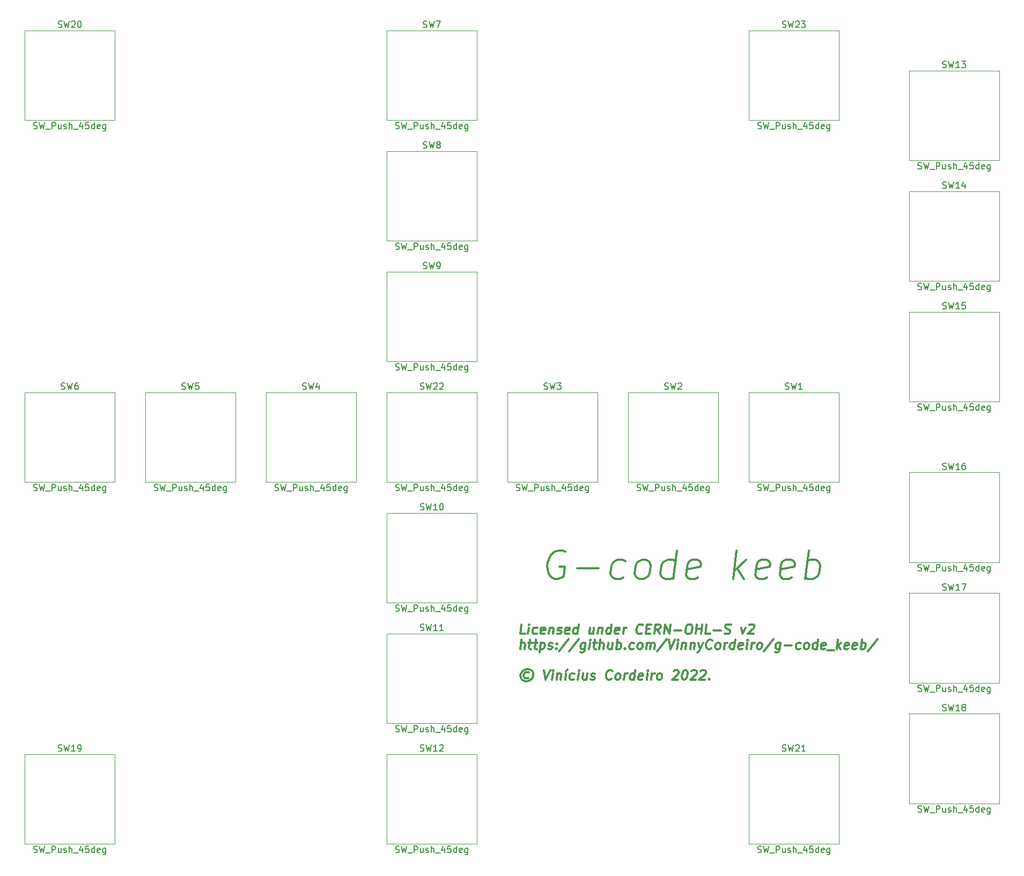
<source format=gbr>
%TF.GenerationSoftware,KiCad,Pcbnew,(6.0.4)*%
%TF.CreationDate,2022-05-22T15:07:09-03:00*%
%TF.ProjectId,G-Code_Keeb,472d436f-6465-45f4-9b65-65622e6b6963,1*%
%TF.SameCoordinates,Original*%
%TF.FileFunction,Legend,Top*%
%TF.FilePolarity,Positive*%
%FSLAX46Y46*%
G04 Gerber Fmt 4.6, Leading zero omitted, Abs format (unit mm)*
G04 Created by KiCad (PCBNEW (6.0.4)) date 2022-05-22 15:07:09*
%MOMM*%
%LPD*%
G01*
G04 APERTURE LIST*
%ADD10C,0.300000*%
%ADD11C,0.150000*%
%ADD12C,0.120000*%
G04 APERTURE END LIST*
D10*
X100445357Y-125866071D02*
X99731071Y-125866071D01*
X99918571Y-124366071D01*
X100945357Y-125866071D02*
X101070357Y-124866071D01*
X101132857Y-124366071D02*
X101052500Y-124437500D01*
X101115000Y-124508928D01*
X101195357Y-124437500D01*
X101132857Y-124366071D01*
X101115000Y-124508928D01*
X102311428Y-125794642D02*
X102159642Y-125866071D01*
X101873928Y-125866071D01*
X101740000Y-125794642D01*
X101677500Y-125723214D01*
X101623928Y-125580357D01*
X101677500Y-125151785D01*
X101766785Y-125008928D01*
X101847142Y-124937500D01*
X101998928Y-124866071D01*
X102284642Y-124866071D01*
X102418571Y-124937500D01*
X103525714Y-125794642D02*
X103373928Y-125866071D01*
X103088214Y-125866071D01*
X102954285Y-125794642D01*
X102900714Y-125651785D01*
X102972142Y-125080357D01*
X103061428Y-124937500D01*
X103213214Y-124866071D01*
X103498928Y-124866071D01*
X103632857Y-124937500D01*
X103686428Y-125080357D01*
X103668571Y-125223214D01*
X102936428Y-125366071D01*
X104356071Y-124866071D02*
X104231071Y-125866071D01*
X104338214Y-125008928D02*
X104418571Y-124937500D01*
X104570357Y-124866071D01*
X104784642Y-124866071D01*
X104918571Y-124937500D01*
X104972142Y-125080357D01*
X104873928Y-125866071D01*
X105525714Y-125794642D02*
X105659642Y-125866071D01*
X105945357Y-125866071D01*
X106097142Y-125794642D01*
X106186428Y-125651785D01*
X106195357Y-125580357D01*
X106141785Y-125437500D01*
X106007857Y-125366071D01*
X105793571Y-125366071D01*
X105659642Y-125294642D01*
X105606071Y-125151785D01*
X105615000Y-125080357D01*
X105704285Y-124937500D01*
X105856071Y-124866071D01*
X106070357Y-124866071D01*
X106204285Y-124937500D01*
X107382857Y-125794642D02*
X107231071Y-125866071D01*
X106945357Y-125866071D01*
X106811428Y-125794642D01*
X106757857Y-125651785D01*
X106829285Y-125080357D01*
X106918571Y-124937500D01*
X107070357Y-124866071D01*
X107356071Y-124866071D01*
X107490000Y-124937500D01*
X107543571Y-125080357D01*
X107525714Y-125223214D01*
X106793571Y-125366071D01*
X108731071Y-125866071D02*
X108918571Y-124366071D01*
X108740000Y-125794642D02*
X108588214Y-125866071D01*
X108302500Y-125866071D01*
X108168571Y-125794642D01*
X108106071Y-125723214D01*
X108052500Y-125580357D01*
X108106071Y-125151785D01*
X108195357Y-125008928D01*
X108275714Y-124937500D01*
X108427500Y-124866071D01*
X108713214Y-124866071D01*
X108847142Y-124937500D01*
X111356071Y-124866071D02*
X111231071Y-125866071D01*
X110713214Y-124866071D02*
X110615000Y-125651785D01*
X110668571Y-125794642D01*
X110802500Y-125866071D01*
X111016785Y-125866071D01*
X111168571Y-125794642D01*
X111248928Y-125723214D01*
X112070357Y-124866071D02*
X111945357Y-125866071D01*
X112052500Y-125008928D02*
X112132857Y-124937500D01*
X112284642Y-124866071D01*
X112498928Y-124866071D01*
X112632857Y-124937500D01*
X112686428Y-125080357D01*
X112588214Y-125866071D01*
X113945357Y-125866071D02*
X114132857Y-124366071D01*
X113954285Y-125794642D02*
X113802500Y-125866071D01*
X113516785Y-125866071D01*
X113382857Y-125794642D01*
X113320357Y-125723214D01*
X113266785Y-125580357D01*
X113320357Y-125151785D01*
X113409642Y-125008928D01*
X113490000Y-124937500D01*
X113641785Y-124866071D01*
X113927500Y-124866071D01*
X114061428Y-124937500D01*
X115240000Y-125794642D02*
X115088214Y-125866071D01*
X114802500Y-125866071D01*
X114668571Y-125794642D01*
X114615000Y-125651785D01*
X114686428Y-125080357D01*
X114775714Y-124937500D01*
X114927500Y-124866071D01*
X115213214Y-124866071D01*
X115347142Y-124937500D01*
X115400714Y-125080357D01*
X115382857Y-125223214D01*
X114650714Y-125366071D01*
X115945357Y-125866071D02*
X116070357Y-124866071D01*
X116034642Y-125151785D02*
X116123928Y-125008928D01*
X116204285Y-124937500D01*
X116356071Y-124866071D01*
X116498928Y-124866071D01*
X118891785Y-125723214D02*
X118811428Y-125794642D01*
X118588214Y-125866071D01*
X118445357Y-125866071D01*
X118240000Y-125794642D01*
X118115000Y-125651785D01*
X118061428Y-125508928D01*
X118025714Y-125223214D01*
X118052500Y-125008928D01*
X118159642Y-124723214D01*
X118248928Y-124580357D01*
X118409642Y-124437500D01*
X118632857Y-124366071D01*
X118775714Y-124366071D01*
X118981071Y-124437500D01*
X119043571Y-124508928D01*
X119615000Y-125080357D02*
X120115000Y-125080357D01*
X120231071Y-125866071D02*
X119516785Y-125866071D01*
X119704285Y-124366071D01*
X120418571Y-124366071D01*
X121731071Y-125866071D02*
X121320357Y-125151785D01*
X120873928Y-125866071D02*
X121061428Y-124366071D01*
X121632857Y-124366071D01*
X121766785Y-124437500D01*
X121829285Y-124508928D01*
X121882857Y-124651785D01*
X121856071Y-124866071D01*
X121766785Y-125008928D01*
X121686428Y-125080357D01*
X121534642Y-125151785D01*
X120963214Y-125151785D01*
X122373928Y-125866071D02*
X122561428Y-124366071D01*
X123231071Y-125866071D01*
X123418571Y-124366071D01*
X124016785Y-125294642D02*
X125159642Y-125294642D01*
X126275714Y-124366071D02*
X126561428Y-124366071D01*
X126695357Y-124437500D01*
X126820357Y-124580357D01*
X126856071Y-124866071D01*
X126793571Y-125366071D01*
X126686428Y-125651785D01*
X126525714Y-125794642D01*
X126373928Y-125866071D01*
X126088214Y-125866071D01*
X125954285Y-125794642D01*
X125829285Y-125651785D01*
X125793571Y-125366071D01*
X125856071Y-124866071D01*
X125963214Y-124580357D01*
X126123928Y-124437500D01*
X126275714Y-124366071D01*
X127373928Y-125866071D02*
X127561428Y-124366071D01*
X127472142Y-125080357D02*
X128329285Y-125080357D01*
X128231071Y-125866071D02*
X128418571Y-124366071D01*
X129659642Y-125866071D02*
X128945357Y-125866071D01*
X129132857Y-124366071D01*
X130231071Y-125294642D02*
X131373928Y-125294642D01*
X131954285Y-125794642D02*
X132159642Y-125866071D01*
X132516785Y-125866071D01*
X132668571Y-125794642D01*
X132748928Y-125723214D01*
X132838214Y-125580357D01*
X132856071Y-125437500D01*
X132802500Y-125294642D01*
X132740000Y-125223214D01*
X132606071Y-125151785D01*
X132329285Y-125080357D01*
X132195357Y-125008928D01*
X132132857Y-124937500D01*
X132079285Y-124794642D01*
X132097142Y-124651785D01*
X132186428Y-124508928D01*
X132266785Y-124437500D01*
X132418571Y-124366071D01*
X132775714Y-124366071D01*
X132981071Y-124437500D01*
X134570357Y-124866071D02*
X134802500Y-125866071D01*
X135284642Y-124866071D01*
X135829285Y-124508928D02*
X135909642Y-124437500D01*
X136061428Y-124366071D01*
X136418571Y-124366071D01*
X136552500Y-124437500D01*
X136615000Y-124508928D01*
X136668571Y-124651785D01*
X136650714Y-124794642D01*
X136552500Y-125008928D01*
X135588214Y-125866071D01*
X136516785Y-125866071D01*
X99731071Y-128281071D02*
X99918571Y-126781071D01*
X100373928Y-128281071D02*
X100472142Y-127495357D01*
X100418571Y-127352500D01*
X100284642Y-127281071D01*
X100070357Y-127281071D01*
X99918571Y-127352500D01*
X99838214Y-127423928D01*
X100998928Y-127281071D02*
X101570357Y-127281071D01*
X101275714Y-126781071D02*
X101115000Y-128066785D01*
X101168571Y-128209642D01*
X101302500Y-128281071D01*
X101445357Y-128281071D01*
X101856071Y-127281071D02*
X102427500Y-127281071D01*
X102132857Y-126781071D02*
X101972142Y-128066785D01*
X102025714Y-128209642D01*
X102159642Y-128281071D01*
X102302500Y-128281071D01*
X102927500Y-127281071D02*
X102740000Y-128781071D01*
X102918571Y-127352500D02*
X103070357Y-127281071D01*
X103356071Y-127281071D01*
X103490000Y-127352500D01*
X103552500Y-127423928D01*
X103606071Y-127566785D01*
X103552500Y-127995357D01*
X103463214Y-128138214D01*
X103382857Y-128209642D01*
X103231071Y-128281071D01*
X102945357Y-128281071D01*
X102811428Y-128209642D01*
X104097142Y-128209642D02*
X104231071Y-128281071D01*
X104516785Y-128281071D01*
X104668571Y-128209642D01*
X104757857Y-128066785D01*
X104766785Y-127995357D01*
X104713214Y-127852500D01*
X104579285Y-127781071D01*
X104365000Y-127781071D01*
X104231071Y-127709642D01*
X104177500Y-127566785D01*
X104186428Y-127495357D01*
X104275714Y-127352500D01*
X104427500Y-127281071D01*
X104641785Y-127281071D01*
X104775714Y-127352500D01*
X105391785Y-128138214D02*
X105454285Y-128209642D01*
X105373928Y-128281071D01*
X105311428Y-128209642D01*
X105391785Y-128138214D01*
X105373928Y-128281071D01*
X105490000Y-127352500D02*
X105552500Y-127423928D01*
X105472142Y-127495357D01*
X105409642Y-127423928D01*
X105490000Y-127352500D01*
X105472142Y-127495357D01*
X107356071Y-126709642D02*
X105829285Y-128638214D01*
X108927500Y-126709642D02*
X107400714Y-128638214D01*
X109998928Y-127281071D02*
X109847142Y-128495357D01*
X109757857Y-128638214D01*
X109677500Y-128709642D01*
X109525714Y-128781071D01*
X109311428Y-128781071D01*
X109177500Y-128709642D01*
X109882857Y-128209642D02*
X109731071Y-128281071D01*
X109445357Y-128281071D01*
X109311428Y-128209642D01*
X109248928Y-128138214D01*
X109195357Y-127995357D01*
X109248928Y-127566785D01*
X109338214Y-127423928D01*
X109418571Y-127352500D01*
X109570357Y-127281071D01*
X109856071Y-127281071D01*
X109990000Y-127352500D01*
X110588214Y-128281071D02*
X110713214Y-127281071D01*
X110775714Y-126781071D02*
X110695357Y-126852500D01*
X110757857Y-126923928D01*
X110838214Y-126852500D01*
X110775714Y-126781071D01*
X110757857Y-126923928D01*
X111213214Y-127281071D02*
X111784642Y-127281071D01*
X111490000Y-126781071D02*
X111329285Y-128066785D01*
X111382857Y-128209642D01*
X111516785Y-128281071D01*
X111659642Y-128281071D01*
X112159642Y-128281071D02*
X112347142Y-126781071D01*
X112802500Y-128281071D02*
X112900714Y-127495357D01*
X112847142Y-127352500D01*
X112713214Y-127281071D01*
X112498928Y-127281071D01*
X112347142Y-127352500D01*
X112266785Y-127423928D01*
X114284642Y-127281071D02*
X114159642Y-128281071D01*
X113641785Y-127281071D02*
X113543571Y-128066785D01*
X113597142Y-128209642D01*
X113731071Y-128281071D01*
X113945357Y-128281071D01*
X114097142Y-128209642D01*
X114177500Y-128138214D01*
X114873928Y-128281071D02*
X115061428Y-126781071D01*
X114990000Y-127352500D02*
X115141785Y-127281071D01*
X115427500Y-127281071D01*
X115561428Y-127352500D01*
X115623928Y-127423928D01*
X115677500Y-127566785D01*
X115623928Y-127995357D01*
X115534642Y-128138214D01*
X115454285Y-128209642D01*
X115302500Y-128281071D01*
X115016785Y-128281071D01*
X114882857Y-128209642D01*
X116248928Y-128138214D02*
X116311428Y-128209642D01*
X116231071Y-128281071D01*
X116168571Y-128209642D01*
X116248928Y-128138214D01*
X116231071Y-128281071D01*
X117597142Y-128209642D02*
X117445357Y-128281071D01*
X117159642Y-128281071D01*
X117025714Y-128209642D01*
X116963214Y-128138214D01*
X116909642Y-127995357D01*
X116963214Y-127566785D01*
X117052500Y-127423928D01*
X117132857Y-127352500D01*
X117284642Y-127281071D01*
X117570357Y-127281071D01*
X117704285Y-127352500D01*
X118445357Y-128281071D02*
X118311428Y-128209642D01*
X118248928Y-128138214D01*
X118195357Y-127995357D01*
X118248928Y-127566785D01*
X118338214Y-127423928D01*
X118418571Y-127352500D01*
X118570357Y-127281071D01*
X118784642Y-127281071D01*
X118918571Y-127352500D01*
X118981071Y-127423928D01*
X119034642Y-127566785D01*
X118981071Y-127995357D01*
X118891785Y-128138214D01*
X118811428Y-128209642D01*
X118659642Y-128281071D01*
X118445357Y-128281071D01*
X119588214Y-128281071D02*
X119713214Y-127281071D01*
X119695357Y-127423928D02*
X119775714Y-127352500D01*
X119927500Y-127281071D01*
X120141785Y-127281071D01*
X120275714Y-127352500D01*
X120329285Y-127495357D01*
X120231071Y-128281071D01*
X120329285Y-127495357D02*
X120418571Y-127352500D01*
X120570357Y-127281071D01*
X120784642Y-127281071D01*
X120918571Y-127352500D01*
X120972142Y-127495357D01*
X120873928Y-128281071D01*
X122856071Y-126709642D02*
X121329285Y-128638214D01*
X123132857Y-126781071D02*
X123445357Y-128281071D01*
X124132857Y-126781071D01*
X124445357Y-128281071D02*
X124570357Y-127281071D01*
X124632857Y-126781071D02*
X124552500Y-126852500D01*
X124615000Y-126923928D01*
X124695357Y-126852500D01*
X124632857Y-126781071D01*
X124615000Y-126923928D01*
X125284642Y-127281071D02*
X125159642Y-128281071D01*
X125266785Y-127423928D02*
X125347142Y-127352500D01*
X125498928Y-127281071D01*
X125713214Y-127281071D01*
X125847142Y-127352500D01*
X125900714Y-127495357D01*
X125802500Y-128281071D01*
X126641785Y-127281071D02*
X126516785Y-128281071D01*
X126623928Y-127423928D02*
X126704285Y-127352500D01*
X126856071Y-127281071D01*
X127070357Y-127281071D01*
X127204285Y-127352500D01*
X127257857Y-127495357D01*
X127159642Y-128281071D01*
X127856071Y-127281071D02*
X128088214Y-128281071D01*
X128570357Y-127281071D02*
X128088214Y-128281071D01*
X127900714Y-128638214D01*
X127820357Y-128709642D01*
X127668571Y-128781071D01*
X129891785Y-128138214D02*
X129811428Y-128209642D01*
X129588214Y-128281071D01*
X129445357Y-128281071D01*
X129240000Y-128209642D01*
X129115000Y-128066785D01*
X129061428Y-127923928D01*
X129025714Y-127638214D01*
X129052500Y-127423928D01*
X129159642Y-127138214D01*
X129248928Y-126995357D01*
X129409642Y-126852500D01*
X129632857Y-126781071D01*
X129775714Y-126781071D01*
X129981071Y-126852500D01*
X130043571Y-126923928D01*
X130731071Y-128281071D02*
X130597142Y-128209642D01*
X130534642Y-128138214D01*
X130481071Y-127995357D01*
X130534642Y-127566785D01*
X130623928Y-127423928D01*
X130704285Y-127352500D01*
X130856071Y-127281071D01*
X131070357Y-127281071D01*
X131204285Y-127352500D01*
X131266785Y-127423928D01*
X131320357Y-127566785D01*
X131266785Y-127995357D01*
X131177500Y-128138214D01*
X131097142Y-128209642D01*
X130945357Y-128281071D01*
X130731071Y-128281071D01*
X131873928Y-128281071D02*
X131998928Y-127281071D01*
X131963214Y-127566785D02*
X132052500Y-127423928D01*
X132132857Y-127352500D01*
X132284642Y-127281071D01*
X132427500Y-127281071D01*
X133445357Y-128281071D02*
X133632857Y-126781071D01*
X133454285Y-128209642D02*
X133302500Y-128281071D01*
X133016785Y-128281071D01*
X132882857Y-128209642D01*
X132820357Y-128138214D01*
X132766785Y-127995357D01*
X132820357Y-127566785D01*
X132909642Y-127423928D01*
X132990000Y-127352500D01*
X133141785Y-127281071D01*
X133427500Y-127281071D01*
X133561428Y-127352500D01*
X134740000Y-128209642D02*
X134588214Y-128281071D01*
X134302500Y-128281071D01*
X134168571Y-128209642D01*
X134115000Y-128066785D01*
X134186428Y-127495357D01*
X134275714Y-127352500D01*
X134427500Y-127281071D01*
X134713214Y-127281071D01*
X134847142Y-127352500D01*
X134900714Y-127495357D01*
X134882857Y-127638214D01*
X134150714Y-127781071D01*
X135445357Y-128281071D02*
X135570357Y-127281071D01*
X135632857Y-126781071D02*
X135552500Y-126852500D01*
X135615000Y-126923928D01*
X135695357Y-126852500D01*
X135632857Y-126781071D01*
X135615000Y-126923928D01*
X136159642Y-128281071D02*
X136284642Y-127281071D01*
X136248928Y-127566785D02*
X136338214Y-127423928D01*
X136418571Y-127352500D01*
X136570357Y-127281071D01*
X136713214Y-127281071D01*
X137302500Y-128281071D02*
X137168571Y-128209642D01*
X137106071Y-128138214D01*
X137052500Y-127995357D01*
X137106071Y-127566785D01*
X137195357Y-127423928D01*
X137275714Y-127352500D01*
X137427500Y-127281071D01*
X137641785Y-127281071D01*
X137775714Y-127352500D01*
X137838214Y-127423928D01*
X137891785Y-127566785D01*
X137838214Y-127995357D01*
X137748928Y-128138214D01*
X137668571Y-128209642D01*
X137516785Y-128281071D01*
X137302500Y-128281071D01*
X139713214Y-126709642D02*
X138186428Y-128638214D01*
X140784642Y-127281071D02*
X140632857Y-128495357D01*
X140543571Y-128638214D01*
X140463214Y-128709642D01*
X140311428Y-128781071D01*
X140097142Y-128781071D01*
X139963214Y-128709642D01*
X140668571Y-128209642D02*
X140516785Y-128281071D01*
X140231071Y-128281071D01*
X140097142Y-128209642D01*
X140034642Y-128138214D01*
X139981071Y-127995357D01*
X140034642Y-127566785D01*
X140123928Y-127423928D01*
X140204285Y-127352500D01*
X140356071Y-127281071D01*
X140641785Y-127281071D01*
X140775714Y-127352500D01*
X141445357Y-127709642D02*
X142588214Y-127709642D01*
X143882857Y-128209642D02*
X143731071Y-128281071D01*
X143445357Y-128281071D01*
X143311428Y-128209642D01*
X143248928Y-128138214D01*
X143195357Y-127995357D01*
X143248928Y-127566785D01*
X143338214Y-127423928D01*
X143418571Y-127352500D01*
X143570357Y-127281071D01*
X143856071Y-127281071D01*
X143990000Y-127352500D01*
X144731071Y-128281071D02*
X144597142Y-128209642D01*
X144534642Y-128138214D01*
X144481071Y-127995357D01*
X144534642Y-127566785D01*
X144623928Y-127423928D01*
X144704285Y-127352500D01*
X144856071Y-127281071D01*
X145070357Y-127281071D01*
X145204285Y-127352500D01*
X145266785Y-127423928D01*
X145320357Y-127566785D01*
X145266785Y-127995357D01*
X145177500Y-128138214D01*
X145097142Y-128209642D01*
X144945357Y-128281071D01*
X144731071Y-128281071D01*
X146516785Y-128281071D02*
X146704285Y-126781071D01*
X146525714Y-128209642D02*
X146373928Y-128281071D01*
X146088214Y-128281071D01*
X145954285Y-128209642D01*
X145891785Y-128138214D01*
X145838214Y-127995357D01*
X145891785Y-127566785D01*
X145981071Y-127423928D01*
X146061428Y-127352500D01*
X146213214Y-127281071D01*
X146498928Y-127281071D01*
X146632857Y-127352500D01*
X147811428Y-128209642D02*
X147659642Y-128281071D01*
X147373928Y-128281071D01*
X147240000Y-128209642D01*
X147186428Y-128066785D01*
X147257857Y-127495357D01*
X147347142Y-127352500D01*
X147498928Y-127281071D01*
X147784642Y-127281071D01*
X147918571Y-127352500D01*
X147972142Y-127495357D01*
X147954285Y-127638214D01*
X147222142Y-127781071D01*
X148141785Y-128423928D02*
X149284642Y-128423928D01*
X149659642Y-128281071D02*
X149847142Y-126781071D01*
X149873928Y-127709642D02*
X150231071Y-128281071D01*
X150356071Y-127281071D02*
X149713214Y-127852500D01*
X151454285Y-128209642D02*
X151302500Y-128281071D01*
X151016785Y-128281071D01*
X150882857Y-128209642D01*
X150829285Y-128066785D01*
X150900714Y-127495357D01*
X150990000Y-127352500D01*
X151141785Y-127281071D01*
X151427500Y-127281071D01*
X151561428Y-127352500D01*
X151615000Y-127495357D01*
X151597142Y-127638214D01*
X150865000Y-127781071D01*
X152740000Y-128209642D02*
X152588214Y-128281071D01*
X152302500Y-128281071D01*
X152168571Y-128209642D01*
X152115000Y-128066785D01*
X152186428Y-127495357D01*
X152275714Y-127352500D01*
X152427500Y-127281071D01*
X152713214Y-127281071D01*
X152847142Y-127352500D01*
X152900714Y-127495357D01*
X152882857Y-127638214D01*
X152150714Y-127781071D01*
X153445357Y-128281071D02*
X153632857Y-126781071D01*
X153561428Y-127352500D02*
X153713214Y-127281071D01*
X153998928Y-127281071D01*
X154132857Y-127352500D01*
X154195357Y-127423928D01*
X154248928Y-127566785D01*
X154195357Y-127995357D01*
X154106071Y-128138214D01*
X154025714Y-128209642D01*
X153873928Y-128281071D01*
X153588214Y-128281071D01*
X153454285Y-128209642D01*
X156070357Y-126709642D02*
X154543571Y-128638214D01*
X101088214Y-131968214D02*
X100954285Y-131896785D01*
X100668571Y-131896785D01*
X100516785Y-131968214D01*
X100356071Y-132111071D01*
X100266785Y-132253928D01*
X100231071Y-132539642D01*
X100284642Y-132682500D01*
X100409642Y-132825357D01*
X100543571Y-132896785D01*
X100829285Y-132896785D01*
X100981071Y-132825357D01*
X100873928Y-131396785D02*
X100507857Y-131468214D01*
X100123928Y-131682500D01*
X99865000Y-132039642D01*
X99748928Y-132396785D01*
X99775714Y-132753928D01*
X99945357Y-133111071D01*
X100275714Y-133325357D01*
X100623928Y-133396785D01*
X100990000Y-133325357D01*
X101373928Y-133111071D01*
X101632857Y-132753928D01*
X101748928Y-132396785D01*
X101722142Y-132039642D01*
X101552500Y-131682500D01*
X101222142Y-131468214D01*
X100873928Y-131396785D01*
X103418571Y-131611071D02*
X103731071Y-133111071D01*
X104418571Y-131611071D01*
X104731071Y-133111071D02*
X104856071Y-132111071D01*
X104918571Y-131611071D02*
X104838214Y-131682500D01*
X104900714Y-131753928D01*
X104981071Y-131682500D01*
X104918571Y-131611071D01*
X104900714Y-131753928D01*
X105570357Y-132111071D02*
X105445357Y-133111071D01*
X105552500Y-132253928D02*
X105632857Y-132182500D01*
X105784642Y-132111071D01*
X105998928Y-132111071D01*
X106132857Y-132182500D01*
X106186428Y-132325357D01*
X106088214Y-133111071D01*
X106802500Y-133111071D02*
X106927500Y-132111071D01*
X107141785Y-131539642D02*
X106900714Y-131753928D01*
X108168571Y-133039642D02*
X108016785Y-133111071D01*
X107731071Y-133111071D01*
X107597142Y-133039642D01*
X107534642Y-132968214D01*
X107481071Y-132825357D01*
X107534642Y-132396785D01*
X107623928Y-132253928D01*
X107704285Y-132182500D01*
X107856071Y-132111071D01*
X108141785Y-132111071D01*
X108275714Y-132182500D01*
X108802500Y-133111071D02*
X108927500Y-132111071D01*
X108990000Y-131611071D02*
X108909642Y-131682500D01*
X108972142Y-131753928D01*
X109052500Y-131682500D01*
X108990000Y-131611071D01*
X108972142Y-131753928D01*
X110284642Y-132111071D02*
X110159642Y-133111071D01*
X109641785Y-132111071D02*
X109543571Y-132896785D01*
X109597142Y-133039642D01*
X109731071Y-133111071D01*
X109945357Y-133111071D01*
X110097142Y-133039642D01*
X110177500Y-132968214D01*
X110811428Y-133039642D02*
X110945357Y-133111071D01*
X111231071Y-133111071D01*
X111382857Y-133039642D01*
X111472142Y-132896785D01*
X111481071Y-132825357D01*
X111427500Y-132682500D01*
X111293571Y-132611071D01*
X111079285Y-132611071D01*
X110945357Y-132539642D01*
X110891785Y-132396785D01*
X110900714Y-132325357D01*
X110990000Y-132182500D01*
X111141785Y-132111071D01*
X111356071Y-132111071D01*
X111490000Y-132182500D01*
X114106071Y-132968214D02*
X114025714Y-133039642D01*
X113802500Y-133111071D01*
X113659642Y-133111071D01*
X113454285Y-133039642D01*
X113329285Y-132896785D01*
X113275714Y-132753928D01*
X113240000Y-132468214D01*
X113266785Y-132253928D01*
X113373928Y-131968214D01*
X113463214Y-131825357D01*
X113623928Y-131682500D01*
X113847142Y-131611071D01*
X113990000Y-131611071D01*
X114195357Y-131682500D01*
X114257857Y-131753928D01*
X114945357Y-133111071D02*
X114811428Y-133039642D01*
X114748928Y-132968214D01*
X114695357Y-132825357D01*
X114748928Y-132396785D01*
X114838214Y-132253928D01*
X114918571Y-132182500D01*
X115070357Y-132111071D01*
X115284642Y-132111071D01*
X115418571Y-132182500D01*
X115481071Y-132253928D01*
X115534642Y-132396785D01*
X115481071Y-132825357D01*
X115391785Y-132968214D01*
X115311428Y-133039642D01*
X115159642Y-133111071D01*
X114945357Y-133111071D01*
X116088214Y-133111071D02*
X116213214Y-132111071D01*
X116177500Y-132396785D02*
X116266785Y-132253928D01*
X116347142Y-132182500D01*
X116498928Y-132111071D01*
X116641785Y-132111071D01*
X117659642Y-133111071D02*
X117847142Y-131611071D01*
X117668571Y-133039642D02*
X117516785Y-133111071D01*
X117231071Y-133111071D01*
X117097142Y-133039642D01*
X117034642Y-132968214D01*
X116981071Y-132825357D01*
X117034642Y-132396785D01*
X117123928Y-132253928D01*
X117204285Y-132182500D01*
X117356071Y-132111071D01*
X117641785Y-132111071D01*
X117775714Y-132182500D01*
X118954285Y-133039642D02*
X118802500Y-133111071D01*
X118516785Y-133111071D01*
X118382857Y-133039642D01*
X118329285Y-132896785D01*
X118400714Y-132325357D01*
X118490000Y-132182500D01*
X118641785Y-132111071D01*
X118927500Y-132111071D01*
X119061428Y-132182500D01*
X119115000Y-132325357D01*
X119097142Y-132468214D01*
X118365000Y-132611071D01*
X119659642Y-133111071D02*
X119784642Y-132111071D01*
X119847142Y-131611071D02*
X119766785Y-131682500D01*
X119829285Y-131753928D01*
X119909642Y-131682500D01*
X119847142Y-131611071D01*
X119829285Y-131753928D01*
X120373928Y-133111071D02*
X120498928Y-132111071D01*
X120463214Y-132396785D02*
X120552500Y-132253928D01*
X120632857Y-132182500D01*
X120784642Y-132111071D01*
X120927500Y-132111071D01*
X121516785Y-133111071D02*
X121382857Y-133039642D01*
X121320357Y-132968214D01*
X121266785Y-132825357D01*
X121320357Y-132396785D01*
X121409642Y-132253928D01*
X121490000Y-132182500D01*
X121641785Y-132111071D01*
X121856071Y-132111071D01*
X121990000Y-132182500D01*
X122052500Y-132253928D01*
X122106071Y-132396785D01*
X122052500Y-132825357D01*
X121963214Y-132968214D01*
X121882857Y-133039642D01*
X121731071Y-133111071D01*
X121516785Y-133111071D01*
X123900714Y-131753928D02*
X123981071Y-131682500D01*
X124132857Y-131611071D01*
X124490000Y-131611071D01*
X124623928Y-131682500D01*
X124686428Y-131753928D01*
X124740000Y-131896785D01*
X124722142Y-132039642D01*
X124623928Y-132253928D01*
X123659642Y-133111071D01*
X124588214Y-133111071D01*
X125704285Y-131611071D02*
X125847142Y-131611071D01*
X125981071Y-131682500D01*
X126043571Y-131753928D01*
X126097142Y-131896785D01*
X126132857Y-132182500D01*
X126088214Y-132539642D01*
X125981071Y-132825357D01*
X125891785Y-132968214D01*
X125811428Y-133039642D01*
X125659642Y-133111071D01*
X125516785Y-133111071D01*
X125382857Y-133039642D01*
X125320357Y-132968214D01*
X125266785Y-132825357D01*
X125231071Y-132539642D01*
X125275714Y-132182500D01*
X125382857Y-131896785D01*
X125472142Y-131753928D01*
X125552500Y-131682500D01*
X125704285Y-131611071D01*
X126757857Y-131753928D02*
X126838214Y-131682500D01*
X126990000Y-131611071D01*
X127347142Y-131611071D01*
X127481071Y-131682500D01*
X127543571Y-131753928D01*
X127597142Y-131896785D01*
X127579285Y-132039642D01*
X127481071Y-132253928D01*
X126516785Y-133111071D01*
X127445357Y-133111071D01*
X128186428Y-131753928D02*
X128266785Y-131682500D01*
X128418571Y-131611071D01*
X128775714Y-131611071D01*
X128909642Y-131682500D01*
X128972142Y-131753928D01*
X129025714Y-131896785D01*
X129007857Y-132039642D01*
X128909642Y-132253928D01*
X127945357Y-133111071D01*
X128873928Y-133111071D01*
X129534642Y-132968214D02*
X129597142Y-133039642D01*
X129516785Y-133111071D01*
X129454285Y-133039642D01*
X129534642Y-132968214D01*
X129516785Y-133111071D01*
X106846071Y-112900000D02*
X106444285Y-112685714D01*
X105801428Y-112685714D01*
X105131785Y-112900000D01*
X104649642Y-113328571D01*
X104381785Y-113757142D01*
X104060357Y-114614285D01*
X103980000Y-115257142D01*
X104087142Y-116114285D01*
X104247857Y-116542857D01*
X104622857Y-116971428D01*
X105238928Y-117185714D01*
X105667500Y-117185714D01*
X106337142Y-116971428D01*
X106578214Y-116757142D01*
X106765714Y-115257142D01*
X105908571Y-115257142D01*
X108667500Y-115471428D02*
X112096071Y-115471428D01*
X115980000Y-116971428D02*
X115524642Y-117185714D01*
X114667500Y-117185714D01*
X114265714Y-116971428D01*
X114078214Y-116757142D01*
X113917500Y-116328571D01*
X114078214Y-115042857D01*
X114346071Y-114614285D01*
X114587142Y-114400000D01*
X115042500Y-114185714D01*
X115899642Y-114185714D01*
X116301428Y-114400000D01*
X118524642Y-117185714D02*
X118122857Y-116971428D01*
X117935357Y-116757142D01*
X117774642Y-116328571D01*
X117935357Y-115042857D01*
X118203214Y-114614285D01*
X118444285Y-114400000D01*
X118899642Y-114185714D01*
X119542500Y-114185714D01*
X119944285Y-114400000D01*
X120131785Y-114614285D01*
X120292500Y-115042857D01*
X120131785Y-116328571D01*
X119863928Y-116757142D01*
X119622857Y-116971428D01*
X119167500Y-117185714D01*
X118524642Y-117185714D01*
X123881785Y-117185714D02*
X124444285Y-112685714D01*
X123908571Y-116971428D02*
X123453214Y-117185714D01*
X122596071Y-117185714D01*
X122194285Y-116971428D01*
X122006785Y-116757142D01*
X121846071Y-116328571D01*
X122006785Y-115042857D01*
X122274642Y-114614285D01*
X122515714Y-114400000D01*
X122971071Y-114185714D01*
X123828214Y-114185714D01*
X124230000Y-114400000D01*
X127765714Y-116971428D02*
X127310357Y-117185714D01*
X126453214Y-117185714D01*
X126051428Y-116971428D01*
X125890714Y-116542857D01*
X126105000Y-114828571D01*
X126372857Y-114400000D01*
X126828214Y-114185714D01*
X127685357Y-114185714D01*
X128087142Y-114400000D01*
X128247857Y-114828571D01*
X128194285Y-115257142D01*
X125997857Y-115685714D01*
X133310357Y-117185714D02*
X133872857Y-112685714D01*
X133953214Y-115471428D02*
X135024642Y-117185714D01*
X135399642Y-114185714D02*
X133471071Y-115900000D01*
X138694285Y-116971428D02*
X138238928Y-117185714D01*
X137381785Y-117185714D01*
X136980000Y-116971428D01*
X136819285Y-116542857D01*
X137033571Y-114828571D01*
X137301428Y-114400000D01*
X137756785Y-114185714D01*
X138613928Y-114185714D01*
X139015714Y-114400000D01*
X139176428Y-114828571D01*
X139122857Y-115257142D01*
X136926428Y-115685714D01*
X142551428Y-116971428D02*
X142096071Y-117185714D01*
X141238928Y-117185714D01*
X140837142Y-116971428D01*
X140676428Y-116542857D01*
X140890714Y-114828571D01*
X141158571Y-114400000D01*
X141613928Y-114185714D01*
X142471071Y-114185714D01*
X142872857Y-114400000D01*
X143033571Y-114828571D01*
X142980000Y-115257142D01*
X140783571Y-115685714D01*
X144667500Y-117185714D02*
X145230000Y-112685714D01*
X145015714Y-114400000D02*
X145471071Y-114185714D01*
X146328214Y-114185714D01*
X146730000Y-114400000D01*
X146917500Y-114614285D01*
X147078214Y-115042857D01*
X146917500Y-116328571D01*
X146649642Y-116757142D01*
X146408571Y-116971428D01*
X145953214Y-117185714D01*
X145096071Y-117185714D01*
X144694285Y-116971428D01*
D11*
%TO.C,SW11*%
X83940476Y-125304761D02*
X84083333Y-125352380D01*
X84321428Y-125352380D01*
X84416666Y-125304761D01*
X84464285Y-125257142D01*
X84511904Y-125161904D01*
X84511904Y-125066666D01*
X84464285Y-124971428D01*
X84416666Y-124923809D01*
X84321428Y-124876190D01*
X84130952Y-124828571D01*
X84035714Y-124780952D01*
X83988095Y-124733333D01*
X83940476Y-124638095D01*
X83940476Y-124542857D01*
X83988095Y-124447619D01*
X84035714Y-124400000D01*
X84130952Y-124352380D01*
X84369047Y-124352380D01*
X84511904Y-124400000D01*
X84845238Y-124352380D02*
X85083333Y-125352380D01*
X85273809Y-124638095D01*
X85464285Y-125352380D01*
X85702380Y-124352380D01*
X86607142Y-125352380D02*
X86035714Y-125352380D01*
X86321428Y-125352380D02*
X86321428Y-124352380D01*
X86226190Y-124495238D01*
X86130952Y-124590476D01*
X86035714Y-124638095D01*
X87559523Y-125352380D02*
X86988095Y-125352380D01*
X87273809Y-125352380D02*
X87273809Y-124352380D01*
X87178571Y-124495238D01*
X87083333Y-124590476D01*
X86988095Y-124638095D01*
X80035714Y-141304761D02*
X80178571Y-141352380D01*
X80416666Y-141352380D01*
X80511904Y-141304761D01*
X80559523Y-141257142D01*
X80607142Y-141161904D01*
X80607142Y-141066666D01*
X80559523Y-140971428D01*
X80511904Y-140923809D01*
X80416666Y-140876190D01*
X80226190Y-140828571D01*
X80130952Y-140780952D01*
X80083333Y-140733333D01*
X80035714Y-140638095D01*
X80035714Y-140542857D01*
X80083333Y-140447619D01*
X80130952Y-140400000D01*
X80226190Y-140352380D01*
X80464285Y-140352380D01*
X80607142Y-140400000D01*
X80940476Y-140352380D02*
X81178571Y-141352380D01*
X81369047Y-140638095D01*
X81559523Y-141352380D01*
X81797619Y-140352380D01*
X81940476Y-141447619D02*
X82702380Y-141447619D01*
X82940476Y-141352380D02*
X82940476Y-140352380D01*
X83321428Y-140352380D01*
X83416666Y-140400000D01*
X83464285Y-140447619D01*
X83511904Y-140542857D01*
X83511904Y-140685714D01*
X83464285Y-140780952D01*
X83416666Y-140828571D01*
X83321428Y-140876190D01*
X82940476Y-140876190D01*
X84369047Y-140685714D02*
X84369047Y-141352380D01*
X83940476Y-140685714D02*
X83940476Y-141209523D01*
X83988095Y-141304761D01*
X84083333Y-141352380D01*
X84226190Y-141352380D01*
X84321428Y-141304761D01*
X84369047Y-141257142D01*
X84797619Y-141304761D02*
X84892857Y-141352380D01*
X85083333Y-141352380D01*
X85178571Y-141304761D01*
X85226190Y-141209523D01*
X85226190Y-141161904D01*
X85178571Y-141066666D01*
X85083333Y-141019047D01*
X84940476Y-141019047D01*
X84845238Y-140971428D01*
X84797619Y-140876190D01*
X84797619Y-140828571D01*
X84845238Y-140733333D01*
X84940476Y-140685714D01*
X85083333Y-140685714D01*
X85178571Y-140733333D01*
X85654761Y-141352380D02*
X85654761Y-140352380D01*
X86083333Y-141352380D02*
X86083333Y-140828571D01*
X86035714Y-140733333D01*
X85940476Y-140685714D01*
X85797619Y-140685714D01*
X85702380Y-140733333D01*
X85654761Y-140780952D01*
X86321428Y-141447619D02*
X87083333Y-141447619D01*
X87750000Y-140685714D02*
X87750000Y-141352380D01*
X87511904Y-140304761D02*
X87273809Y-141019047D01*
X87892857Y-141019047D01*
X88750000Y-140352380D02*
X88273809Y-140352380D01*
X88226190Y-140828571D01*
X88273809Y-140780952D01*
X88369047Y-140733333D01*
X88607142Y-140733333D01*
X88702380Y-140780952D01*
X88750000Y-140828571D01*
X88797619Y-140923809D01*
X88797619Y-141161904D01*
X88750000Y-141257142D01*
X88702380Y-141304761D01*
X88607142Y-141352380D01*
X88369047Y-141352380D01*
X88273809Y-141304761D01*
X88226190Y-141257142D01*
X89654761Y-141352380D02*
X89654761Y-140352380D01*
X89654761Y-141304761D02*
X89559523Y-141352380D01*
X89369047Y-141352380D01*
X89273809Y-141304761D01*
X89226190Y-141257142D01*
X89178571Y-141161904D01*
X89178571Y-140876190D01*
X89226190Y-140780952D01*
X89273809Y-140733333D01*
X89369047Y-140685714D01*
X89559523Y-140685714D01*
X89654761Y-140733333D01*
X90511904Y-141304761D02*
X90416666Y-141352380D01*
X90226190Y-141352380D01*
X90130952Y-141304761D01*
X90083333Y-141209523D01*
X90083333Y-140828571D01*
X90130952Y-140733333D01*
X90226190Y-140685714D01*
X90416666Y-140685714D01*
X90511904Y-140733333D01*
X90559523Y-140828571D01*
X90559523Y-140923809D01*
X90083333Y-141019047D01*
X91416666Y-140685714D02*
X91416666Y-141495238D01*
X91369047Y-141590476D01*
X91321428Y-141638095D01*
X91226190Y-141685714D01*
X91083333Y-141685714D01*
X90988095Y-141638095D01*
X91416666Y-141304761D02*
X91321428Y-141352380D01*
X91130952Y-141352380D01*
X91035714Y-141304761D01*
X90988095Y-141257142D01*
X90940476Y-141161904D01*
X90940476Y-140876190D01*
X90988095Y-140780952D01*
X91035714Y-140733333D01*
X91130952Y-140685714D01*
X91321428Y-140685714D01*
X91416666Y-140733333D01*
%TO.C,SW21*%
X141090476Y-144354761D02*
X141233333Y-144402380D01*
X141471428Y-144402380D01*
X141566666Y-144354761D01*
X141614285Y-144307142D01*
X141661904Y-144211904D01*
X141661904Y-144116666D01*
X141614285Y-144021428D01*
X141566666Y-143973809D01*
X141471428Y-143926190D01*
X141280952Y-143878571D01*
X141185714Y-143830952D01*
X141138095Y-143783333D01*
X141090476Y-143688095D01*
X141090476Y-143592857D01*
X141138095Y-143497619D01*
X141185714Y-143450000D01*
X141280952Y-143402380D01*
X141519047Y-143402380D01*
X141661904Y-143450000D01*
X141995238Y-143402380D02*
X142233333Y-144402380D01*
X142423809Y-143688095D01*
X142614285Y-144402380D01*
X142852380Y-143402380D01*
X143185714Y-143497619D02*
X143233333Y-143450000D01*
X143328571Y-143402380D01*
X143566666Y-143402380D01*
X143661904Y-143450000D01*
X143709523Y-143497619D01*
X143757142Y-143592857D01*
X143757142Y-143688095D01*
X143709523Y-143830952D01*
X143138095Y-144402380D01*
X143757142Y-144402380D01*
X144709523Y-144402380D02*
X144138095Y-144402380D01*
X144423809Y-144402380D02*
X144423809Y-143402380D01*
X144328571Y-143545238D01*
X144233333Y-143640476D01*
X144138095Y-143688095D01*
X137185714Y-160354761D02*
X137328571Y-160402380D01*
X137566666Y-160402380D01*
X137661904Y-160354761D01*
X137709523Y-160307142D01*
X137757142Y-160211904D01*
X137757142Y-160116666D01*
X137709523Y-160021428D01*
X137661904Y-159973809D01*
X137566666Y-159926190D01*
X137376190Y-159878571D01*
X137280952Y-159830952D01*
X137233333Y-159783333D01*
X137185714Y-159688095D01*
X137185714Y-159592857D01*
X137233333Y-159497619D01*
X137280952Y-159450000D01*
X137376190Y-159402380D01*
X137614285Y-159402380D01*
X137757142Y-159450000D01*
X138090476Y-159402380D02*
X138328571Y-160402380D01*
X138519047Y-159688095D01*
X138709523Y-160402380D01*
X138947619Y-159402380D01*
X139090476Y-160497619D02*
X139852380Y-160497619D01*
X140090476Y-160402380D02*
X140090476Y-159402380D01*
X140471428Y-159402380D01*
X140566666Y-159450000D01*
X140614285Y-159497619D01*
X140661904Y-159592857D01*
X140661904Y-159735714D01*
X140614285Y-159830952D01*
X140566666Y-159878571D01*
X140471428Y-159926190D01*
X140090476Y-159926190D01*
X141519047Y-159735714D02*
X141519047Y-160402380D01*
X141090476Y-159735714D02*
X141090476Y-160259523D01*
X141138095Y-160354761D01*
X141233333Y-160402380D01*
X141376190Y-160402380D01*
X141471428Y-160354761D01*
X141519047Y-160307142D01*
X141947619Y-160354761D02*
X142042857Y-160402380D01*
X142233333Y-160402380D01*
X142328571Y-160354761D01*
X142376190Y-160259523D01*
X142376190Y-160211904D01*
X142328571Y-160116666D01*
X142233333Y-160069047D01*
X142090476Y-160069047D01*
X141995238Y-160021428D01*
X141947619Y-159926190D01*
X141947619Y-159878571D01*
X141995238Y-159783333D01*
X142090476Y-159735714D01*
X142233333Y-159735714D01*
X142328571Y-159783333D01*
X142804761Y-160402380D02*
X142804761Y-159402380D01*
X143233333Y-160402380D02*
X143233333Y-159878571D01*
X143185714Y-159783333D01*
X143090476Y-159735714D01*
X142947619Y-159735714D01*
X142852380Y-159783333D01*
X142804761Y-159830952D01*
X143471428Y-160497619D02*
X144233333Y-160497619D01*
X144900000Y-159735714D02*
X144900000Y-160402380D01*
X144661904Y-159354761D02*
X144423809Y-160069047D01*
X145042857Y-160069047D01*
X145900000Y-159402380D02*
X145423809Y-159402380D01*
X145376190Y-159878571D01*
X145423809Y-159830952D01*
X145519047Y-159783333D01*
X145757142Y-159783333D01*
X145852380Y-159830952D01*
X145900000Y-159878571D01*
X145947619Y-159973809D01*
X145947619Y-160211904D01*
X145900000Y-160307142D01*
X145852380Y-160354761D01*
X145757142Y-160402380D01*
X145519047Y-160402380D01*
X145423809Y-160354761D01*
X145376190Y-160307142D01*
X146804761Y-160402380D02*
X146804761Y-159402380D01*
X146804761Y-160354761D02*
X146709523Y-160402380D01*
X146519047Y-160402380D01*
X146423809Y-160354761D01*
X146376190Y-160307142D01*
X146328571Y-160211904D01*
X146328571Y-159926190D01*
X146376190Y-159830952D01*
X146423809Y-159783333D01*
X146519047Y-159735714D01*
X146709523Y-159735714D01*
X146804761Y-159783333D01*
X147661904Y-160354761D02*
X147566666Y-160402380D01*
X147376190Y-160402380D01*
X147280952Y-160354761D01*
X147233333Y-160259523D01*
X147233333Y-159878571D01*
X147280952Y-159783333D01*
X147376190Y-159735714D01*
X147566666Y-159735714D01*
X147661904Y-159783333D01*
X147709523Y-159878571D01*
X147709523Y-159973809D01*
X147233333Y-160069047D01*
X148566666Y-159735714D02*
X148566666Y-160545238D01*
X148519047Y-160640476D01*
X148471428Y-160688095D01*
X148376190Y-160735714D01*
X148233333Y-160735714D01*
X148138095Y-160688095D01*
X148566666Y-160354761D02*
X148471428Y-160402380D01*
X148280952Y-160402380D01*
X148185714Y-160354761D01*
X148138095Y-160307142D01*
X148090476Y-160211904D01*
X148090476Y-159926190D01*
X148138095Y-159830952D01*
X148185714Y-159783333D01*
X148280952Y-159735714D01*
X148471428Y-159735714D01*
X148566666Y-159783333D01*
%TO.C,SW17*%
X166390476Y-118904761D02*
X166533333Y-118952380D01*
X166771428Y-118952380D01*
X166866666Y-118904761D01*
X166914285Y-118857142D01*
X166961904Y-118761904D01*
X166961904Y-118666666D01*
X166914285Y-118571428D01*
X166866666Y-118523809D01*
X166771428Y-118476190D01*
X166580952Y-118428571D01*
X166485714Y-118380952D01*
X166438095Y-118333333D01*
X166390476Y-118238095D01*
X166390476Y-118142857D01*
X166438095Y-118047619D01*
X166485714Y-118000000D01*
X166580952Y-117952380D01*
X166819047Y-117952380D01*
X166961904Y-118000000D01*
X167295238Y-117952380D02*
X167533333Y-118952380D01*
X167723809Y-118238095D01*
X167914285Y-118952380D01*
X168152380Y-117952380D01*
X169057142Y-118952380D02*
X168485714Y-118952380D01*
X168771428Y-118952380D02*
X168771428Y-117952380D01*
X168676190Y-118095238D01*
X168580952Y-118190476D01*
X168485714Y-118238095D01*
X169390476Y-117952380D02*
X170057142Y-117952380D01*
X169628571Y-118952380D01*
X162485714Y-134904761D02*
X162628571Y-134952380D01*
X162866666Y-134952380D01*
X162961904Y-134904761D01*
X163009523Y-134857142D01*
X163057142Y-134761904D01*
X163057142Y-134666666D01*
X163009523Y-134571428D01*
X162961904Y-134523809D01*
X162866666Y-134476190D01*
X162676190Y-134428571D01*
X162580952Y-134380952D01*
X162533333Y-134333333D01*
X162485714Y-134238095D01*
X162485714Y-134142857D01*
X162533333Y-134047619D01*
X162580952Y-134000000D01*
X162676190Y-133952380D01*
X162914285Y-133952380D01*
X163057142Y-134000000D01*
X163390476Y-133952380D02*
X163628571Y-134952380D01*
X163819047Y-134238095D01*
X164009523Y-134952380D01*
X164247619Y-133952380D01*
X164390476Y-135047619D02*
X165152380Y-135047619D01*
X165390476Y-134952380D02*
X165390476Y-133952380D01*
X165771428Y-133952380D01*
X165866666Y-134000000D01*
X165914285Y-134047619D01*
X165961904Y-134142857D01*
X165961904Y-134285714D01*
X165914285Y-134380952D01*
X165866666Y-134428571D01*
X165771428Y-134476190D01*
X165390476Y-134476190D01*
X166819047Y-134285714D02*
X166819047Y-134952380D01*
X166390476Y-134285714D02*
X166390476Y-134809523D01*
X166438095Y-134904761D01*
X166533333Y-134952380D01*
X166676190Y-134952380D01*
X166771428Y-134904761D01*
X166819047Y-134857142D01*
X167247619Y-134904761D02*
X167342857Y-134952380D01*
X167533333Y-134952380D01*
X167628571Y-134904761D01*
X167676190Y-134809523D01*
X167676190Y-134761904D01*
X167628571Y-134666666D01*
X167533333Y-134619047D01*
X167390476Y-134619047D01*
X167295238Y-134571428D01*
X167247619Y-134476190D01*
X167247619Y-134428571D01*
X167295238Y-134333333D01*
X167390476Y-134285714D01*
X167533333Y-134285714D01*
X167628571Y-134333333D01*
X168104761Y-134952380D02*
X168104761Y-133952380D01*
X168533333Y-134952380D02*
X168533333Y-134428571D01*
X168485714Y-134333333D01*
X168390476Y-134285714D01*
X168247619Y-134285714D01*
X168152380Y-134333333D01*
X168104761Y-134380952D01*
X168771428Y-135047619D02*
X169533333Y-135047619D01*
X170200000Y-134285714D02*
X170200000Y-134952380D01*
X169961904Y-133904761D02*
X169723809Y-134619047D01*
X170342857Y-134619047D01*
X171200000Y-133952380D02*
X170723809Y-133952380D01*
X170676190Y-134428571D01*
X170723809Y-134380952D01*
X170819047Y-134333333D01*
X171057142Y-134333333D01*
X171152380Y-134380952D01*
X171200000Y-134428571D01*
X171247619Y-134523809D01*
X171247619Y-134761904D01*
X171200000Y-134857142D01*
X171152380Y-134904761D01*
X171057142Y-134952380D01*
X170819047Y-134952380D01*
X170723809Y-134904761D01*
X170676190Y-134857142D01*
X172104761Y-134952380D02*
X172104761Y-133952380D01*
X172104761Y-134904761D02*
X172009523Y-134952380D01*
X171819047Y-134952380D01*
X171723809Y-134904761D01*
X171676190Y-134857142D01*
X171628571Y-134761904D01*
X171628571Y-134476190D01*
X171676190Y-134380952D01*
X171723809Y-134333333D01*
X171819047Y-134285714D01*
X172009523Y-134285714D01*
X172104761Y-134333333D01*
X172961904Y-134904761D02*
X172866666Y-134952380D01*
X172676190Y-134952380D01*
X172580952Y-134904761D01*
X172533333Y-134809523D01*
X172533333Y-134428571D01*
X172580952Y-134333333D01*
X172676190Y-134285714D01*
X172866666Y-134285714D01*
X172961904Y-134333333D01*
X173009523Y-134428571D01*
X173009523Y-134523809D01*
X172533333Y-134619047D01*
X173866666Y-134285714D02*
X173866666Y-135095238D01*
X173819047Y-135190476D01*
X173771428Y-135238095D01*
X173676190Y-135285714D01*
X173533333Y-135285714D01*
X173438095Y-135238095D01*
X173866666Y-134904761D02*
X173771428Y-134952380D01*
X173580952Y-134952380D01*
X173485714Y-134904761D01*
X173438095Y-134857142D01*
X173390476Y-134761904D01*
X173390476Y-134476190D01*
X173438095Y-134380952D01*
X173485714Y-134333333D01*
X173580952Y-134285714D01*
X173771428Y-134285714D01*
X173866666Y-134333333D01*
%TO.C,SW4*%
X65366666Y-87204761D02*
X65509523Y-87252380D01*
X65747619Y-87252380D01*
X65842857Y-87204761D01*
X65890476Y-87157142D01*
X65938095Y-87061904D01*
X65938095Y-86966666D01*
X65890476Y-86871428D01*
X65842857Y-86823809D01*
X65747619Y-86776190D01*
X65557142Y-86728571D01*
X65461904Y-86680952D01*
X65414285Y-86633333D01*
X65366666Y-86538095D01*
X65366666Y-86442857D01*
X65414285Y-86347619D01*
X65461904Y-86300000D01*
X65557142Y-86252380D01*
X65795238Y-86252380D01*
X65938095Y-86300000D01*
X66271428Y-86252380D02*
X66509523Y-87252380D01*
X66700000Y-86538095D01*
X66890476Y-87252380D01*
X67128571Y-86252380D01*
X67938095Y-86585714D02*
X67938095Y-87252380D01*
X67700000Y-86204761D02*
X67461904Y-86919047D01*
X68080952Y-86919047D01*
X60985714Y-103204761D02*
X61128571Y-103252380D01*
X61366666Y-103252380D01*
X61461904Y-103204761D01*
X61509523Y-103157142D01*
X61557142Y-103061904D01*
X61557142Y-102966666D01*
X61509523Y-102871428D01*
X61461904Y-102823809D01*
X61366666Y-102776190D01*
X61176190Y-102728571D01*
X61080952Y-102680952D01*
X61033333Y-102633333D01*
X60985714Y-102538095D01*
X60985714Y-102442857D01*
X61033333Y-102347619D01*
X61080952Y-102300000D01*
X61176190Y-102252380D01*
X61414285Y-102252380D01*
X61557142Y-102300000D01*
X61890476Y-102252380D02*
X62128571Y-103252380D01*
X62319047Y-102538095D01*
X62509523Y-103252380D01*
X62747619Y-102252380D01*
X62890476Y-103347619D02*
X63652380Y-103347619D01*
X63890476Y-103252380D02*
X63890476Y-102252380D01*
X64271428Y-102252380D01*
X64366666Y-102300000D01*
X64414285Y-102347619D01*
X64461904Y-102442857D01*
X64461904Y-102585714D01*
X64414285Y-102680952D01*
X64366666Y-102728571D01*
X64271428Y-102776190D01*
X63890476Y-102776190D01*
X65319047Y-102585714D02*
X65319047Y-103252380D01*
X64890476Y-102585714D02*
X64890476Y-103109523D01*
X64938095Y-103204761D01*
X65033333Y-103252380D01*
X65176190Y-103252380D01*
X65271428Y-103204761D01*
X65319047Y-103157142D01*
X65747619Y-103204761D02*
X65842857Y-103252380D01*
X66033333Y-103252380D01*
X66128571Y-103204761D01*
X66176190Y-103109523D01*
X66176190Y-103061904D01*
X66128571Y-102966666D01*
X66033333Y-102919047D01*
X65890476Y-102919047D01*
X65795238Y-102871428D01*
X65747619Y-102776190D01*
X65747619Y-102728571D01*
X65795238Y-102633333D01*
X65890476Y-102585714D01*
X66033333Y-102585714D01*
X66128571Y-102633333D01*
X66604761Y-103252380D02*
X66604761Y-102252380D01*
X67033333Y-103252380D02*
X67033333Y-102728571D01*
X66985714Y-102633333D01*
X66890476Y-102585714D01*
X66747619Y-102585714D01*
X66652380Y-102633333D01*
X66604761Y-102680952D01*
X67271428Y-103347619D02*
X68033333Y-103347619D01*
X68700000Y-102585714D02*
X68700000Y-103252380D01*
X68461904Y-102204761D02*
X68223809Y-102919047D01*
X68842857Y-102919047D01*
X69700000Y-102252380D02*
X69223809Y-102252380D01*
X69176190Y-102728571D01*
X69223809Y-102680952D01*
X69319047Y-102633333D01*
X69557142Y-102633333D01*
X69652380Y-102680952D01*
X69700000Y-102728571D01*
X69747619Y-102823809D01*
X69747619Y-103061904D01*
X69700000Y-103157142D01*
X69652380Y-103204761D01*
X69557142Y-103252380D01*
X69319047Y-103252380D01*
X69223809Y-103204761D01*
X69176190Y-103157142D01*
X70604761Y-103252380D02*
X70604761Y-102252380D01*
X70604761Y-103204761D02*
X70509523Y-103252380D01*
X70319047Y-103252380D01*
X70223809Y-103204761D01*
X70176190Y-103157142D01*
X70128571Y-103061904D01*
X70128571Y-102776190D01*
X70176190Y-102680952D01*
X70223809Y-102633333D01*
X70319047Y-102585714D01*
X70509523Y-102585714D01*
X70604761Y-102633333D01*
X71461904Y-103204761D02*
X71366666Y-103252380D01*
X71176190Y-103252380D01*
X71080952Y-103204761D01*
X71033333Y-103109523D01*
X71033333Y-102728571D01*
X71080952Y-102633333D01*
X71176190Y-102585714D01*
X71366666Y-102585714D01*
X71461904Y-102633333D01*
X71509523Y-102728571D01*
X71509523Y-102823809D01*
X71033333Y-102919047D01*
X72366666Y-102585714D02*
X72366666Y-103395238D01*
X72319047Y-103490476D01*
X72271428Y-103538095D01*
X72176190Y-103585714D01*
X72033333Y-103585714D01*
X71938095Y-103538095D01*
X72366666Y-103204761D02*
X72271428Y-103252380D01*
X72080952Y-103252380D01*
X71985714Y-103204761D01*
X71938095Y-103157142D01*
X71890476Y-103061904D01*
X71890476Y-102776190D01*
X71938095Y-102680952D01*
X71985714Y-102633333D01*
X72080952Y-102585714D01*
X72271428Y-102585714D01*
X72366666Y-102633333D01*
%TO.C,SW14*%
X166390476Y-55454761D02*
X166533333Y-55502380D01*
X166771428Y-55502380D01*
X166866666Y-55454761D01*
X166914285Y-55407142D01*
X166961904Y-55311904D01*
X166961904Y-55216666D01*
X166914285Y-55121428D01*
X166866666Y-55073809D01*
X166771428Y-55026190D01*
X166580952Y-54978571D01*
X166485714Y-54930952D01*
X166438095Y-54883333D01*
X166390476Y-54788095D01*
X166390476Y-54692857D01*
X166438095Y-54597619D01*
X166485714Y-54550000D01*
X166580952Y-54502380D01*
X166819047Y-54502380D01*
X166961904Y-54550000D01*
X167295238Y-54502380D02*
X167533333Y-55502380D01*
X167723809Y-54788095D01*
X167914285Y-55502380D01*
X168152380Y-54502380D01*
X169057142Y-55502380D02*
X168485714Y-55502380D01*
X168771428Y-55502380D02*
X168771428Y-54502380D01*
X168676190Y-54645238D01*
X168580952Y-54740476D01*
X168485714Y-54788095D01*
X169914285Y-54835714D02*
X169914285Y-55502380D01*
X169676190Y-54454761D02*
X169438095Y-55169047D01*
X170057142Y-55169047D01*
X162485714Y-71454761D02*
X162628571Y-71502380D01*
X162866666Y-71502380D01*
X162961904Y-71454761D01*
X163009523Y-71407142D01*
X163057142Y-71311904D01*
X163057142Y-71216666D01*
X163009523Y-71121428D01*
X162961904Y-71073809D01*
X162866666Y-71026190D01*
X162676190Y-70978571D01*
X162580952Y-70930952D01*
X162533333Y-70883333D01*
X162485714Y-70788095D01*
X162485714Y-70692857D01*
X162533333Y-70597619D01*
X162580952Y-70550000D01*
X162676190Y-70502380D01*
X162914285Y-70502380D01*
X163057142Y-70550000D01*
X163390476Y-70502380D02*
X163628571Y-71502380D01*
X163819047Y-70788095D01*
X164009523Y-71502380D01*
X164247619Y-70502380D01*
X164390476Y-71597619D02*
X165152380Y-71597619D01*
X165390476Y-71502380D02*
X165390476Y-70502380D01*
X165771428Y-70502380D01*
X165866666Y-70550000D01*
X165914285Y-70597619D01*
X165961904Y-70692857D01*
X165961904Y-70835714D01*
X165914285Y-70930952D01*
X165866666Y-70978571D01*
X165771428Y-71026190D01*
X165390476Y-71026190D01*
X166819047Y-70835714D02*
X166819047Y-71502380D01*
X166390476Y-70835714D02*
X166390476Y-71359523D01*
X166438095Y-71454761D01*
X166533333Y-71502380D01*
X166676190Y-71502380D01*
X166771428Y-71454761D01*
X166819047Y-71407142D01*
X167247619Y-71454761D02*
X167342857Y-71502380D01*
X167533333Y-71502380D01*
X167628571Y-71454761D01*
X167676190Y-71359523D01*
X167676190Y-71311904D01*
X167628571Y-71216666D01*
X167533333Y-71169047D01*
X167390476Y-71169047D01*
X167295238Y-71121428D01*
X167247619Y-71026190D01*
X167247619Y-70978571D01*
X167295238Y-70883333D01*
X167390476Y-70835714D01*
X167533333Y-70835714D01*
X167628571Y-70883333D01*
X168104761Y-71502380D02*
X168104761Y-70502380D01*
X168533333Y-71502380D02*
X168533333Y-70978571D01*
X168485714Y-70883333D01*
X168390476Y-70835714D01*
X168247619Y-70835714D01*
X168152380Y-70883333D01*
X168104761Y-70930952D01*
X168771428Y-71597619D02*
X169533333Y-71597619D01*
X170200000Y-70835714D02*
X170200000Y-71502380D01*
X169961904Y-70454761D02*
X169723809Y-71169047D01*
X170342857Y-71169047D01*
X171200000Y-70502380D02*
X170723809Y-70502380D01*
X170676190Y-70978571D01*
X170723809Y-70930952D01*
X170819047Y-70883333D01*
X171057142Y-70883333D01*
X171152380Y-70930952D01*
X171200000Y-70978571D01*
X171247619Y-71073809D01*
X171247619Y-71311904D01*
X171200000Y-71407142D01*
X171152380Y-71454761D01*
X171057142Y-71502380D01*
X170819047Y-71502380D01*
X170723809Y-71454761D01*
X170676190Y-71407142D01*
X172104761Y-71502380D02*
X172104761Y-70502380D01*
X172104761Y-71454761D02*
X172009523Y-71502380D01*
X171819047Y-71502380D01*
X171723809Y-71454761D01*
X171676190Y-71407142D01*
X171628571Y-71311904D01*
X171628571Y-71026190D01*
X171676190Y-70930952D01*
X171723809Y-70883333D01*
X171819047Y-70835714D01*
X172009523Y-70835714D01*
X172104761Y-70883333D01*
X172961904Y-71454761D02*
X172866666Y-71502380D01*
X172676190Y-71502380D01*
X172580952Y-71454761D01*
X172533333Y-71359523D01*
X172533333Y-70978571D01*
X172580952Y-70883333D01*
X172676190Y-70835714D01*
X172866666Y-70835714D01*
X172961904Y-70883333D01*
X173009523Y-70978571D01*
X173009523Y-71073809D01*
X172533333Y-71169047D01*
X173866666Y-70835714D02*
X173866666Y-71645238D01*
X173819047Y-71740476D01*
X173771428Y-71788095D01*
X173676190Y-71835714D01*
X173533333Y-71835714D01*
X173438095Y-71788095D01*
X173866666Y-71454761D02*
X173771428Y-71502380D01*
X173580952Y-71502380D01*
X173485714Y-71454761D01*
X173438095Y-71407142D01*
X173390476Y-71311904D01*
X173390476Y-71026190D01*
X173438095Y-70930952D01*
X173485714Y-70883333D01*
X173580952Y-70835714D01*
X173771428Y-70835714D01*
X173866666Y-70883333D01*
%TO.C,SW6*%
X27266666Y-87204761D02*
X27409523Y-87252380D01*
X27647619Y-87252380D01*
X27742857Y-87204761D01*
X27790476Y-87157142D01*
X27838095Y-87061904D01*
X27838095Y-86966666D01*
X27790476Y-86871428D01*
X27742857Y-86823809D01*
X27647619Y-86776190D01*
X27457142Y-86728571D01*
X27361904Y-86680952D01*
X27314285Y-86633333D01*
X27266666Y-86538095D01*
X27266666Y-86442857D01*
X27314285Y-86347619D01*
X27361904Y-86300000D01*
X27457142Y-86252380D01*
X27695238Y-86252380D01*
X27838095Y-86300000D01*
X28171428Y-86252380D02*
X28409523Y-87252380D01*
X28600000Y-86538095D01*
X28790476Y-87252380D01*
X29028571Y-86252380D01*
X29838095Y-86252380D02*
X29647619Y-86252380D01*
X29552380Y-86300000D01*
X29504761Y-86347619D01*
X29409523Y-86490476D01*
X29361904Y-86680952D01*
X29361904Y-87061904D01*
X29409523Y-87157142D01*
X29457142Y-87204761D01*
X29552380Y-87252380D01*
X29742857Y-87252380D01*
X29838095Y-87204761D01*
X29885714Y-87157142D01*
X29933333Y-87061904D01*
X29933333Y-86823809D01*
X29885714Y-86728571D01*
X29838095Y-86680952D01*
X29742857Y-86633333D01*
X29552380Y-86633333D01*
X29457142Y-86680952D01*
X29409523Y-86728571D01*
X29361904Y-86823809D01*
X22885714Y-103204761D02*
X23028571Y-103252380D01*
X23266666Y-103252380D01*
X23361904Y-103204761D01*
X23409523Y-103157142D01*
X23457142Y-103061904D01*
X23457142Y-102966666D01*
X23409523Y-102871428D01*
X23361904Y-102823809D01*
X23266666Y-102776190D01*
X23076190Y-102728571D01*
X22980952Y-102680952D01*
X22933333Y-102633333D01*
X22885714Y-102538095D01*
X22885714Y-102442857D01*
X22933333Y-102347619D01*
X22980952Y-102300000D01*
X23076190Y-102252380D01*
X23314285Y-102252380D01*
X23457142Y-102300000D01*
X23790476Y-102252380D02*
X24028571Y-103252380D01*
X24219047Y-102538095D01*
X24409523Y-103252380D01*
X24647619Y-102252380D01*
X24790476Y-103347619D02*
X25552380Y-103347619D01*
X25790476Y-103252380D02*
X25790476Y-102252380D01*
X26171428Y-102252380D01*
X26266666Y-102300000D01*
X26314285Y-102347619D01*
X26361904Y-102442857D01*
X26361904Y-102585714D01*
X26314285Y-102680952D01*
X26266666Y-102728571D01*
X26171428Y-102776190D01*
X25790476Y-102776190D01*
X27219047Y-102585714D02*
X27219047Y-103252380D01*
X26790476Y-102585714D02*
X26790476Y-103109523D01*
X26838095Y-103204761D01*
X26933333Y-103252380D01*
X27076190Y-103252380D01*
X27171428Y-103204761D01*
X27219047Y-103157142D01*
X27647619Y-103204761D02*
X27742857Y-103252380D01*
X27933333Y-103252380D01*
X28028571Y-103204761D01*
X28076190Y-103109523D01*
X28076190Y-103061904D01*
X28028571Y-102966666D01*
X27933333Y-102919047D01*
X27790476Y-102919047D01*
X27695238Y-102871428D01*
X27647619Y-102776190D01*
X27647619Y-102728571D01*
X27695238Y-102633333D01*
X27790476Y-102585714D01*
X27933333Y-102585714D01*
X28028571Y-102633333D01*
X28504761Y-103252380D02*
X28504761Y-102252380D01*
X28933333Y-103252380D02*
X28933333Y-102728571D01*
X28885714Y-102633333D01*
X28790476Y-102585714D01*
X28647619Y-102585714D01*
X28552380Y-102633333D01*
X28504761Y-102680952D01*
X29171428Y-103347619D02*
X29933333Y-103347619D01*
X30600000Y-102585714D02*
X30600000Y-103252380D01*
X30361904Y-102204761D02*
X30123809Y-102919047D01*
X30742857Y-102919047D01*
X31600000Y-102252380D02*
X31123809Y-102252380D01*
X31076190Y-102728571D01*
X31123809Y-102680952D01*
X31219047Y-102633333D01*
X31457142Y-102633333D01*
X31552380Y-102680952D01*
X31600000Y-102728571D01*
X31647619Y-102823809D01*
X31647619Y-103061904D01*
X31600000Y-103157142D01*
X31552380Y-103204761D01*
X31457142Y-103252380D01*
X31219047Y-103252380D01*
X31123809Y-103204761D01*
X31076190Y-103157142D01*
X32504761Y-103252380D02*
X32504761Y-102252380D01*
X32504761Y-103204761D02*
X32409523Y-103252380D01*
X32219047Y-103252380D01*
X32123809Y-103204761D01*
X32076190Y-103157142D01*
X32028571Y-103061904D01*
X32028571Y-102776190D01*
X32076190Y-102680952D01*
X32123809Y-102633333D01*
X32219047Y-102585714D01*
X32409523Y-102585714D01*
X32504761Y-102633333D01*
X33361904Y-103204761D02*
X33266666Y-103252380D01*
X33076190Y-103252380D01*
X32980952Y-103204761D01*
X32933333Y-103109523D01*
X32933333Y-102728571D01*
X32980952Y-102633333D01*
X33076190Y-102585714D01*
X33266666Y-102585714D01*
X33361904Y-102633333D01*
X33409523Y-102728571D01*
X33409523Y-102823809D01*
X32933333Y-102919047D01*
X34266666Y-102585714D02*
X34266666Y-103395238D01*
X34219047Y-103490476D01*
X34171428Y-103538095D01*
X34076190Y-103585714D01*
X33933333Y-103585714D01*
X33838095Y-103538095D01*
X34266666Y-103204761D02*
X34171428Y-103252380D01*
X33980952Y-103252380D01*
X33885714Y-103204761D01*
X33838095Y-103157142D01*
X33790476Y-103061904D01*
X33790476Y-102776190D01*
X33838095Y-102680952D01*
X33885714Y-102633333D01*
X33980952Y-102585714D01*
X34171428Y-102585714D01*
X34266666Y-102633333D01*
%TO.C,SW18*%
X166390476Y-137954761D02*
X166533333Y-138002380D01*
X166771428Y-138002380D01*
X166866666Y-137954761D01*
X166914285Y-137907142D01*
X166961904Y-137811904D01*
X166961904Y-137716666D01*
X166914285Y-137621428D01*
X166866666Y-137573809D01*
X166771428Y-137526190D01*
X166580952Y-137478571D01*
X166485714Y-137430952D01*
X166438095Y-137383333D01*
X166390476Y-137288095D01*
X166390476Y-137192857D01*
X166438095Y-137097619D01*
X166485714Y-137050000D01*
X166580952Y-137002380D01*
X166819047Y-137002380D01*
X166961904Y-137050000D01*
X167295238Y-137002380D02*
X167533333Y-138002380D01*
X167723809Y-137288095D01*
X167914285Y-138002380D01*
X168152380Y-137002380D01*
X169057142Y-138002380D02*
X168485714Y-138002380D01*
X168771428Y-138002380D02*
X168771428Y-137002380D01*
X168676190Y-137145238D01*
X168580952Y-137240476D01*
X168485714Y-137288095D01*
X169628571Y-137430952D02*
X169533333Y-137383333D01*
X169485714Y-137335714D01*
X169438095Y-137240476D01*
X169438095Y-137192857D01*
X169485714Y-137097619D01*
X169533333Y-137050000D01*
X169628571Y-137002380D01*
X169819047Y-137002380D01*
X169914285Y-137050000D01*
X169961904Y-137097619D01*
X170009523Y-137192857D01*
X170009523Y-137240476D01*
X169961904Y-137335714D01*
X169914285Y-137383333D01*
X169819047Y-137430952D01*
X169628571Y-137430952D01*
X169533333Y-137478571D01*
X169485714Y-137526190D01*
X169438095Y-137621428D01*
X169438095Y-137811904D01*
X169485714Y-137907142D01*
X169533333Y-137954761D01*
X169628571Y-138002380D01*
X169819047Y-138002380D01*
X169914285Y-137954761D01*
X169961904Y-137907142D01*
X170009523Y-137811904D01*
X170009523Y-137621428D01*
X169961904Y-137526190D01*
X169914285Y-137478571D01*
X169819047Y-137430952D01*
X162485714Y-153954761D02*
X162628571Y-154002380D01*
X162866666Y-154002380D01*
X162961904Y-153954761D01*
X163009523Y-153907142D01*
X163057142Y-153811904D01*
X163057142Y-153716666D01*
X163009523Y-153621428D01*
X162961904Y-153573809D01*
X162866666Y-153526190D01*
X162676190Y-153478571D01*
X162580952Y-153430952D01*
X162533333Y-153383333D01*
X162485714Y-153288095D01*
X162485714Y-153192857D01*
X162533333Y-153097619D01*
X162580952Y-153050000D01*
X162676190Y-153002380D01*
X162914285Y-153002380D01*
X163057142Y-153050000D01*
X163390476Y-153002380D02*
X163628571Y-154002380D01*
X163819047Y-153288095D01*
X164009523Y-154002380D01*
X164247619Y-153002380D01*
X164390476Y-154097619D02*
X165152380Y-154097619D01*
X165390476Y-154002380D02*
X165390476Y-153002380D01*
X165771428Y-153002380D01*
X165866666Y-153050000D01*
X165914285Y-153097619D01*
X165961904Y-153192857D01*
X165961904Y-153335714D01*
X165914285Y-153430952D01*
X165866666Y-153478571D01*
X165771428Y-153526190D01*
X165390476Y-153526190D01*
X166819047Y-153335714D02*
X166819047Y-154002380D01*
X166390476Y-153335714D02*
X166390476Y-153859523D01*
X166438095Y-153954761D01*
X166533333Y-154002380D01*
X166676190Y-154002380D01*
X166771428Y-153954761D01*
X166819047Y-153907142D01*
X167247619Y-153954761D02*
X167342857Y-154002380D01*
X167533333Y-154002380D01*
X167628571Y-153954761D01*
X167676190Y-153859523D01*
X167676190Y-153811904D01*
X167628571Y-153716666D01*
X167533333Y-153669047D01*
X167390476Y-153669047D01*
X167295238Y-153621428D01*
X167247619Y-153526190D01*
X167247619Y-153478571D01*
X167295238Y-153383333D01*
X167390476Y-153335714D01*
X167533333Y-153335714D01*
X167628571Y-153383333D01*
X168104761Y-154002380D02*
X168104761Y-153002380D01*
X168533333Y-154002380D02*
X168533333Y-153478571D01*
X168485714Y-153383333D01*
X168390476Y-153335714D01*
X168247619Y-153335714D01*
X168152380Y-153383333D01*
X168104761Y-153430952D01*
X168771428Y-154097619D02*
X169533333Y-154097619D01*
X170200000Y-153335714D02*
X170200000Y-154002380D01*
X169961904Y-152954761D02*
X169723809Y-153669047D01*
X170342857Y-153669047D01*
X171200000Y-153002380D02*
X170723809Y-153002380D01*
X170676190Y-153478571D01*
X170723809Y-153430952D01*
X170819047Y-153383333D01*
X171057142Y-153383333D01*
X171152380Y-153430952D01*
X171200000Y-153478571D01*
X171247619Y-153573809D01*
X171247619Y-153811904D01*
X171200000Y-153907142D01*
X171152380Y-153954761D01*
X171057142Y-154002380D01*
X170819047Y-154002380D01*
X170723809Y-153954761D01*
X170676190Y-153907142D01*
X172104761Y-154002380D02*
X172104761Y-153002380D01*
X172104761Y-153954761D02*
X172009523Y-154002380D01*
X171819047Y-154002380D01*
X171723809Y-153954761D01*
X171676190Y-153907142D01*
X171628571Y-153811904D01*
X171628571Y-153526190D01*
X171676190Y-153430952D01*
X171723809Y-153383333D01*
X171819047Y-153335714D01*
X172009523Y-153335714D01*
X172104761Y-153383333D01*
X172961904Y-153954761D02*
X172866666Y-154002380D01*
X172676190Y-154002380D01*
X172580952Y-153954761D01*
X172533333Y-153859523D01*
X172533333Y-153478571D01*
X172580952Y-153383333D01*
X172676190Y-153335714D01*
X172866666Y-153335714D01*
X172961904Y-153383333D01*
X173009523Y-153478571D01*
X173009523Y-153573809D01*
X172533333Y-153669047D01*
X173866666Y-153335714D02*
X173866666Y-154145238D01*
X173819047Y-154240476D01*
X173771428Y-154288095D01*
X173676190Y-154335714D01*
X173533333Y-154335714D01*
X173438095Y-154288095D01*
X173866666Y-153954761D02*
X173771428Y-154002380D01*
X173580952Y-154002380D01*
X173485714Y-153954761D01*
X173438095Y-153907142D01*
X173390476Y-153811904D01*
X173390476Y-153526190D01*
X173438095Y-153430952D01*
X173485714Y-153383333D01*
X173580952Y-153335714D01*
X173771428Y-153335714D01*
X173866666Y-153383333D01*
%TO.C,SW19*%
X26790476Y-144354761D02*
X26933333Y-144402380D01*
X27171428Y-144402380D01*
X27266666Y-144354761D01*
X27314285Y-144307142D01*
X27361904Y-144211904D01*
X27361904Y-144116666D01*
X27314285Y-144021428D01*
X27266666Y-143973809D01*
X27171428Y-143926190D01*
X26980952Y-143878571D01*
X26885714Y-143830952D01*
X26838095Y-143783333D01*
X26790476Y-143688095D01*
X26790476Y-143592857D01*
X26838095Y-143497619D01*
X26885714Y-143450000D01*
X26980952Y-143402380D01*
X27219047Y-143402380D01*
X27361904Y-143450000D01*
X27695238Y-143402380D02*
X27933333Y-144402380D01*
X28123809Y-143688095D01*
X28314285Y-144402380D01*
X28552380Y-143402380D01*
X29457142Y-144402380D02*
X28885714Y-144402380D01*
X29171428Y-144402380D02*
X29171428Y-143402380D01*
X29076190Y-143545238D01*
X28980952Y-143640476D01*
X28885714Y-143688095D01*
X29933333Y-144402380D02*
X30123809Y-144402380D01*
X30219047Y-144354761D01*
X30266666Y-144307142D01*
X30361904Y-144164285D01*
X30409523Y-143973809D01*
X30409523Y-143592857D01*
X30361904Y-143497619D01*
X30314285Y-143450000D01*
X30219047Y-143402380D01*
X30028571Y-143402380D01*
X29933333Y-143450000D01*
X29885714Y-143497619D01*
X29838095Y-143592857D01*
X29838095Y-143830952D01*
X29885714Y-143926190D01*
X29933333Y-143973809D01*
X30028571Y-144021428D01*
X30219047Y-144021428D01*
X30314285Y-143973809D01*
X30361904Y-143926190D01*
X30409523Y-143830952D01*
X22885714Y-160354761D02*
X23028571Y-160402380D01*
X23266666Y-160402380D01*
X23361904Y-160354761D01*
X23409523Y-160307142D01*
X23457142Y-160211904D01*
X23457142Y-160116666D01*
X23409523Y-160021428D01*
X23361904Y-159973809D01*
X23266666Y-159926190D01*
X23076190Y-159878571D01*
X22980952Y-159830952D01*
X22933333Y-159783333D01*
X22885714Y-159688095D01*
X22885714Y-159592857D01*
X22933333Y-159497619D01*
X22980952Y-159450000D01*
X23076190Y-159402380D01*
X23314285Y-159402380D01*
X23457142Y-159450000D01*
X23790476Y-159402380D02*
X24028571Y-160402380D01*
X24219047Y-159688095D01*
X24409523Y-160402380D01*
X24647619Y-159402380D01*
X24790476Y-160497619D02*
X25552380Y-160497619D01*
X25790476Y-160402380D02*
X25790476Y-159402380D01*
X26171428Y-159402380D01*
X26266666Y-159450000D01*
X26314285Y-159497619D01*
X26361904Y-159592857D01*
X26361904Y-159735714D01*
X26314285Y-159830952D01*
X26266666Y-159878571D01*
X26171428Y-159926190D01*
X25790476Y-159926190D01*
X27219047Y-159735714D02*
X27219047Y-160402380D01*
X26790476Y-159735714D02*
X26790476Y-160259523D01*
X26838095Y-160354761D01*
X26933333Y-160402380D01*
X27076190Y-160402380D01*
X27171428Y-160354761D01*
X27219047Y-160307142D01*
X27647619Y-160354761D02*
X27742857Y-160402380D01*
X27933333Y-160402380D01*
X28028571Y-160354761D01*
X28076190Y-160259523D01*
X28076190Y-160211904D01*
X28028571Y-160116666D01*
X27933333Y-160069047D01*
X27790476Y-160069047D01*
X27695238Y-160021428D01*
X27647619Y-159926190D01*
X27647619Y-159878571D01*
X27695238Y-159783333D01*
X27790476Y-159735714D01*
X27933333Y-159735714D01*
X28028571Y-159783333D01*
X28504761Y-160402380D02*
X28504761Y-159402380D01*
X28933333Y-160402380D02*
X28933333Y-159878571D01*
X28885714Y-159783333D01*
X28790476Y-159735714D01*
X28647619Y-159735714D01*
X28552380Y-159783333D01*
X28504761Y-159830952D01*
X29171428Y-160497619D02*
X29933333Y-160497619D01*
X30600000Y-159735714D02*
X30600000Y-160402380D01*
X30361904Y-159354761D02*
X30123809Y-160069047D01*
X30742857Y-160069047D01*
X31600000Y-159402380D02*
X31123809Y-159402380D01*
X31076190Y-159878571D01*
X31123809Y-159830952D01*
X31219047Y-159783333D01*
X31457142Y-159783333D01*
X31552380Y-159830952D01*
X31600000Y-159878571D01*
X31647619Y-159973809D01*
X31647619Y-160211904D01*
X31600000Y-160307142D01*
X31552380Y-160354761D01*
X31457142Y-160402380D01*
X31219047Y-160402380D01*
X31123809Y-160354761D01*
X31076190Y-160307142D01*
X32504761Y-160402380D02*
X32504761Y-159402380D01*
X32504761Y-160354761D02*
X32409523Y-160402380D01*
X32219047Y-160402380D01*
X32123809Y-160354761D01*
X32076190Y-160307142D01*
X32028571Y-160211904D01*
X32028571Y-159926190D01*
X32076190Y-159830952D01*
X32123809Y-159783333D01*
X32219047Y-159735714D01*
X32409523Y-159735714D01*
X32504761Y-159783333D01*
X33361904Y-160354761D02*
X33266666Y-160402380D01*
X33076190Y-160402380D01*
X32980952Y-160354761D01*
X32933333Y-160259523D01*
X32933333Y-159878571D01*
X32980952Y-159783333D01*
X33076190Y-159735714D01*
X33266666Y-159735714D01*
X33361904Y-159783333D01*
X33409523Y-159878571D01*
X33409523Y-159973809D01*
X32933333Y-160069047D01*
X34266666Y-159735714D02*
X34266666Y-160545238D01*
X34219047Y-160640476D01*
X34171428Y-160688095D01*
X34076190Y-160735714D01*
X33933333Y-160735714D01*
X33838095Y-160688095D01*
X34266666Y-160354761D02*
X34171428Y-160402380D01*
X33980952Y-160402380D01*
X33885714Y-160354761D01*
X33838095Y-160307142D01*
X33790476Y-160211904D01*
X33790476Y-159926190D01*
X33838095Y-159830952D01*
X33885714Y-159783333D01*
X33980952Y-159735714D01*
X34171428Y-159735714D01*
X34266666Y-159783333D01*
%TO.C,SW16*%
X166390476Y-99854761D02*
X166533333Y-99902380D01*
X166771428Y-99902380D01*
X166866666Y-99854761D01*
X166914285Y-99807142D01*
X166961904Y-99711904D01*
X166961904Y-99616666D01*
X166914285Y-99521428D01*
X166866666Y-99473809D01*
X166771428Y-99426190D01*
X166580952Y-99378571D01*
X166485714Y-99330952D01*
X166438095Y-99283333D01*
X166390476Y-99188095D01*
X166390476Y-99092857D01*
X166438095Y-98997619D01*
X166485714Y-98950000D01*
X166580952Y-98902380D01*
X166819047Y-98902380D01*
X166961904Y-98950000D01*
X167295238Y-98902380D02*
X167533333Y-99902380D01*
X167723809Y-99188095D01*
X167914285Y-99902380D01*
X168152380Y-98902380D01*
X169057142Y-99902380D02*
X168485714Y-99902380D01*
X168771428Y-99902380D02*
X168771428Y-98902380D01*
X168676190Y-99045238D01*
X168580952Y-99140476D01*
X168485714Y-99188095D01*
X169914285Y-98902380D02*
X169723809Y-98902380D01*
X169628571Y-98950000D01*
X169580952Y-98997619D01*
X169485714Y-99140476D01*
X169438095Y-99330952D01*
X169438095Y-99711904D01*
X169485714Y-99807142D01*
X169533333Y-99854761D01*
X169628571Y-99902380D01*
X169819047Y-99902380D01*
X169914285Y-99854761D01*
X169961904Y-99807142D01*
X170009523Y-99711904D01*
X170009523Y-99473809D01*
X169961904Y-99378571D01*
X169914285Y-99330952D01*
X169819047Y-99283333D01*
X169628571Y-99283333D01*
X169533333Y-99330952D01*
X169485714Y-99378571D01*
X169438095Y-99473809D01*
X162485714Y-115854761D02*
X162628571Y-115902380D01*
X162866666Y-115902380D01*
X162961904Y-115854761D01*
X163009523Y-115807142D01*
X163057142Y-115711904D01*
X163057142Y-115616666D01*
X163009523Y-115521428D01*
X162961904Y-115473809D01*
X162866666Y-115426190D01*
X162676190Y-115378571D01*
X162580952Y-115330952D01*
X162533333Y-115283333D01*
X162485714Y-115188095D01*
X162485714Y-115092857D01*
X162533333Y-114997619D01*
X162580952Y-114950000D01*
X162676190Y-114902380D01*
X162914285Y-114902380D01*
X163057142Y-114950000D01*
X163390476Y-114902380D02*
X163628571Y-115902380D01*
X163819047Y-115188095D01*
X164009523Y-115902380D01*
X164247619Y-114902380D01*
X164390476Y-115997619D02*
X165152380Y-115997619D01*
X165390476Y-115902380D02*
X165390476Y-114902380D01*
X165771428Y-114902380D01*
X165866666Y-114950000D01*
X165914285Y-114997619D01*
X165961904Y-115092857D01*
X165961904Y-115235714D01*
X165914285Y-115330952D01*
X165866666Y-115378571D01*
X165771428Y-115426190D01*
X165390476Y-115426190D01*
X166819047Y-115235714D02*
X166819047Y-115902380D01*
X166390476Y-115235714D02*
X166390476Y-115759523D01*
X166438095Y-115854761D01*
X166533333Y-115902380D01*
X166676190Y-115902380D01*
X166771428Y-115854761D01*
X166819047Y-115807142D01*
X167247619Y-115854761D02*
X167342857Y-115902380D01*
X167533333Y-115902380D01*
X167628571Y-115854761D01*
X167676190Y-115759523D01*
X167676190Y-115711904D01*
X167628571Y-115616666D01*
X167533333Y-115569047D01*
X167390476Y-115569047D01*
X167295238Y-115521428D01*
X167247619Y-115426190D01*
X167247619Y-115378571D01*
X167295238Y-115283333D01*
X167390476Y-115235714D01*
X167533333Y-115235714D01*
X167628571Y-115283333D01*
X168104761Y-115902380D02*
X168104761Y-114902380D01*
X168533333Y-115902380D02*
X168533333Y-115378571D01*
X168485714Y-115283333D01*
X168390476Y-115235714D01*
X168247619Y-115235714D01*
X168152380Y-115283333D01*
X168104761Y-115330952D01*
X168771428Y-115997619D02*
X169533333Y-115997619D01*
X170200000Y-115235714D02*
X170200000Y-115902380D01*
X169961904Y-114854761D02*
X169723809Y-115569047D01*
X170342857Y-115569047D01*
X171200000Y-114902380D02*
X170723809Y-114902380D01*
X170676190Y-115378571D01*
X170723809Y-115330952D01*
X170819047Y-115283333D01*
X171057142Y-115283333D01*
X171152380Y-115330952D01*
X171200000Y-115378571D01*
X171247619Y-115473809D01*
X171247619Y-115711904D01*
X171200000Y-115807142D01*
X171152380Y-115854761D01*
X171057142Y-115902380D01*
X170819047Y-115902380D01*
X170723809Y-115854761D01*
X170676190Y-115807142D01*
X172104761Y-115902380D02*
X172104761Y-114902380D01*
X172104761Y-115854761D02*
X172009523Y-115902380D01*
X171819047Y-115902380D01*
X171723809Y-115854761D01*
X171676190Y-115807142D01*
X171628571Y-115711904D01*
X171628571Y-115426190D01*
X171676190Y-115330952D01*
X171723809Y-115283333D01*
X171819047Y-115235714D01*
X172009523Y-115235714D01*
X172104761Y-115283333D01*
X172961904Y-115854761D02*
X172866666Y-115902380D01*
X172676190Y-115902380D01*
X172580952Y-115854761D01*
X172533333Y-115759523D01*
X172533333Y-115378571D01*
X172580952Y-115283333D01*
X172676190Y-115235714D01*
X172866666Y-115235714D01*
X172961904Y-115283333D01*
X173009523Y-115378571D01*
X173009523Y-115473809D01*
X172533333Y-115569047D01*
X173866666Y-115235714D02*
X173866666Y-116045238D01*
X173819047Y-116140476D01*
X173771428Y-116188095D01*
X173676190Y-116235714D01*
X173533333Y-116235714D01*
X173438095Y-116188095D01*
X173866666Y-115854761D02*
X173771428Y-115902380D01*
X173580952Y-115902380D01*
X173485714Y-115854761D01*
X173438095Y-115807142D01*
X173390476Y-115711904D01*
X173390476Y-115426190D01*
X173438095Y-115330952D01*
X173485714Y-115283333D01*
X173580952Y-115235714D01*
X173771428Y-115235714D01*
X173866666Y-115283333D01*
%TO.C,SW15*%
X166390476Y-74504761D02*
X166533333Y-74552380D01*
X166771428Y-74552380D01*
X166866666Y-74504761D01*
X166914285Y-74457142D01*
X166961904Y-74361904D01*
X166961904Y-74266666D01*
X166914285Y-74171428D01*
X166866666Y-74123809D01*
X166771428Y-74076190D01*
X166580952Y-74028571D01*
X166485714Y-73980952D01*
X166438095Y-73933333D01*
X166390476Y-73838095D01*
X166390476Y-73742857D01*
X166438095Y-73647619D01*
X166485714Y-73600000D01*
X166580952Y-73552380D01*
X166819047Y-73552380D01*
X166961904Y-73600000D01*
X167295238Y-73552380D02*
X167533333Y-74552380D01*
X167723809Y-73838095D01*
X167914285Y-74552380D01*
X168152380Y-73552380D01*
X169057142Y-74552380D02*
X168485714Y-74552380D01*
X168771428Y-74552380D02*
X168771428Y-73552380D01*
X168676190Y-73695238D01*
X168580952Y-73790476D01*
X168485714Y-73838095D01*
X169961904Y-73552380D02*
X169485714Y-73552380D01*
X169438095Y-74028571D01*
X169485714Y-73980952D01*
X169580952Y-73933333D01*
X169819047Y-73933333D01*
X169914285Y-73980952D01*
X169961904Y-74028571D01*
X170009523Y-74123809D01*
X170009523Y-74361904D01*
X169961904Y-74457142D01*
X169914285Y-74504761D01*
X169819047Y-74552380D01*
X169580952Y-74552380D01*
X169485714Y-74504761D01*
X169438095Y-74457142D01*
X162485714Y-90504761D02*
X162628571Y-90552380D01*
X162866666Y-90552380D01*
X162961904Y-90504761D01*
X163009523Y-90457142D01*
X163057142Y-90361904D01*
X163057142Y-90266666D01*
X163009523Y-90171428D01*
X162961904Y-90123809D01*
X162866666Y-90076190D01*
X162676190Y-90028571D01*
X162580952Y-89980952D01*
X162533333Y-89933333D01*
X162485714Y-89838095D01*
X162485714Y-89742857D01*
X162533333Y-89647619D01*
X162580952Y-89600000D01*
X162676190Y-89552380D01*
X162914285Y-89552380D01*
X163057142Y-89600000D01*
X163390476Y-89552380D02*
X163628571Y-90552380D01*
X163819047Y-89838095D01*
X164009523Y-90552380D01*
X164247619Y-89552380D01*
X164390476Y-90647619D02*
X165152380Y-90647619D01*
X165390476Y-90552380D02*
X165390476Y-89552380D01*
X165771428Y-89552380D01*
X165866666Y-89600000D01*
X165914285Y-89647619D01*
X165961904Y-89742857D01*
X165961904Y-89885714D01*
X165914285Y-89980952D01*
X165866666Y-90028571D01*
X165771428Y-90076190D01*
X165390476Y-90076190D01*
X166819047Y-89885714D02*
X166819047Y-90552380D01*
X166390476Y-89885714D02*
X166390476Y-90409523D01*
X166438095Y-90504761D01*
X166533333Y-90552380D01*
X166676190Y-90552380D01*
X166771428Y-90504761D01*
X166819047Y-90457142D01*
X167247619Y-90504761D02*
X167342857Y-90552380D01*
X167533333Y-90552380D01*
X167628571Y-90504761D01*
X167676190Y-90409523D01*
X167676190Y-90361904D01*
X167628571Y-90266666D01*
X167533333Y-90219047D01*
X167390476Y-90219047D01*
X167295238Y-90171428D01*
X167247619Y-90076190D01*
X167247619Y-90028571D01*
X167295238Y-89933333D01*
X167390476Y-89885714D01*
X167533333Y-89885714D01*
X167628571Y-89933333D01*
X168104761Y-90552380D02*
X168104761Y-89552380D01*
X168533333Y-90552380D02*
X168533333Y-90028571D01*
X168485714Y-89933333D01*
X168390476Y-89885714D01*
X168247619Y-89885714D01*
X168152380Y-89933333D01*
X168104761Y-89980952D01*
X168771428Y-90647619D02*
X169533333Y-90647619D01*
X170200000Y-89885714D02*
X170200000Y-90552380D01*
X169961904Y-89504761D02*
X169723809Y-90219047D01*
X170342857Y-90219047D01*
X171200000Y-89552380D02*
X170723809Y-89552380D01*
X170676190Y-90028571D01*
X170723809Y-89980952D01*
X170819047Y-89933333D01*
X171057142Y-89933333D01*
X171152380Y-89980952D01*
X171200000Y-90028571D01*
X171247619Y-90123809D01*
X171247619Y-90361904D01*
X171200000Y-90457142D01*
X171152380Y-90504761D01*
X171057142Y-90552380D01*
X170819047Y-90552380D01*
X170723809Y-90504761D01*
X170676190Y-90457142D01*
X172104761Y-90552380D02*
X172104761Y-89552380D01*
X172104761Y-90504761D02*
X172009523Y-90552380D01*
X171819047Y-90552380D01*
X171723809Y-90504761D01*
X171676190Y-90457142D01*
X171628571Y-90361904D01*
X171628571Y-90076190D01*
X171676190Y-89980952D01*
X171723809Y-89933333D01*
X171819047Y-89885714D01*
X172009523Y-89885714D01*
X172104761Y-89933333D01*
X172961904Y-90504761D02*
X172866666Y-90552380D01*
X172676190Y-90552380D01*
X172580952Y-90504761D01*
X172533333Y-90409523D01*
X172533333Y-90028571D01*
X172580952Y-89933333D01*
X172676190Y-89885714D01*
X172866666Y-89885714D01*
X172961904Y-89933333D01*
X173009523Y-90028571D01*
X173009523Y-90123809D01*
X172533333Y-90219047D01*
X173866666Y-89885714D02*
X173866666Y-90695238D01*
X173819047Y-90790476D01*
X173771428Y-90838095D01*
X173676190Y-90885714D01*
X173533333Y-90885714D01*
X173438095Y-90838095D01*
X173866666Y-90504761D02*
X173771428Y-90552380D01*
X173580952Y-90552380D01*
X173485714Y-90504761D01*
X173438095Y-90457142D01*
X173390476Y-90361904D01*
X173390476Y-90076190D01*
X173438095Y-89980952D01*
X173485714Y-89933333D01*
X173580952Y-89885714D01*
X173771428Y-89885714D01*
X173866666Y-89933333D01*
%TO.C,SW9*%
X84416666Y-68154761D02*
X84559523Y-68202380D01*
X84797619Y-68202380D01*
X84892857Y-68154761D01*
X84940476Y-68107142D01*
X84988095Y-68011904D01*
X84988095Y-67916666D01*
X84940476Y-67821428D01*
X84892857Y-67773809D01*
X84797619Y-67726190D01*
X84607142Y-67678571D01*
X84511904Y-67630952D01*
X84464285Y-67583333D01*
X84416666Y-67488095D01*
X84416666Y-67392857D01*
X84464285Y-67297619D01*
X84511904Y-67250000D01*
X84607142Y-67202380D01*
X84845238Y-67202380D01*
X84988095Y-67250000D01*
X85321428Y-67202380D02*
X85559523Y-68202380D01*
X85750000Y-67488095D01*
X85940476Y-68202380D01*
X86178571Y-67202380D01*
X86607142Y-68202380D02*
X86797619Y-68202380D01*
X86892857Y-68154761D01*
X86940476Y-68107142D01*
X87035714Y-67964285D01*
X87083333Y-67773809D01*
X87083333Y-67392857D01*
X87035714Y-67297619D01*
X86988095Y-67250000D01*
X86892857Y-67202380D01*
X86702380Y-67202380D01*
X86607142Y-67250000D01*
X86559523Y-67297619D01*
X86511904Y-67392857D01*
X86511904Y-67630952D01*
X86559523Y-67726190D01*
X86607142Y-67773809D01*
X86702380Y-67821428D01*
X86892857Y-67821428D01*
X86988095Y-67773809D01*
X87035714Y-67726190D01*
X87083333Y-67630952D01*
X80035714Y-84154761D02*
X80178571Y-84202380D01*
X80416666Y-84202380D01*
X80511904Y-84154761D01*
X80559523Y-84107142D01*
X80607142Y-84011904D01*
X80607142Y-83916666D01*
X80559523Y-83821428D01*
X80511904Y-83773809D01*
X80416666Y-83726190D01*
X80226190Y-83678571D01*
X80130952Y-83630952D01*
X80083333Y-83583333D01*
X80035714Y-83488095D01*
X80035714Y-83392857D01*
X80083333Y-83297619D01*
X80130952Y-83250000D01*
X80226190Y-83202380D01*
X80464285Y-83202380D01*
X80607142Y-83250000D01*
X80940476Y-83202380D02*
X81178571Y-84202380D01*
X81369047Y-83488095D01*
X81559523Y-84202380D01*
X81797619Y-83202380D01*
X81940476Y-84297619D02*
X82702380Y-84297619D01*
X82940476Y-84202380D02*
X82940476Y-83202380D01*
X83321428Y-83202380D01*
X83416666Y-83250000D01*
X83464285Y-83297619D01*
X83511904Y-83392857D01*
X83511904Y-83535714D01*
X83464285Y-83630952D01*
X83416666Y-83678571D01*
X83321428Y-83726190D01*
X82940476Y-83726190D01*
X84369047Y-83535714D02*
X84369047Y-84202380D01*
X83940476Y-83535714D02*
X83940476Y-84059523D01*
X83988095Y-84154761D01*
X84083333Y-84202380D01*
X84226190Y-84202380D01*
X84321428Y-84154761D01*
X84369047Y-84107142D01*
X84797619Y-84154761D02*
X84892857Y-84202380D01*
X85083333Y-84202380D01*
X85178571Y-84154761D01*
X85226190Y-84059523D01*
X85226190Y-84011904D01*
X85178571Y-83916666D01*
X85083333Y-83869047D01*
X84940476Y-83869047D01*
X84845238Y-83821428D01*
X84797619Y-83726190D01*
X84797619Y-83678571D01*
X84845238Y-83583333D01*
X84940476Y-83535714D01*
X85083333Y-83535714D01*
X85178571Y-83583333D01*
X85654761Y-84202380D02*
X85654761Y-83202380D01*
X86083333Y-84202380D02*
X86083333Y-83678571D01*
X86035714Y-83583333D01*
X85940476Y-83535714D01*
X85797619Y-83535714D01*
X85702380Y-83583333D01*
X85654761Y-83630952D01*
X86321428Y-84297619D02*
X87083333Y-84297619D01*
X87750000Y-83535714D02*
X87750000Y-84202380D01*
X87511904Y-83154761D02*
X87273809Y-83869047D01*
X87892857Y-83869047D01*
X88750000Y-83202380D02*
X88273809Y-83202380D01*
X88226190Y-83678571D01*
X88273809Y-83630952D01*
X88369047Y-83583333D01*
X88607142Y-83583333D01*
X88702380Y-83630952D01*
X88750000Y-83678571D01*
X88797619Y-83773809D01*
X88797619Y-84011904D01*
X88750000Y-84107142D01*
X88702380Y-84154761D01*
X88607142Y-84202380D01*
X88369047Y-84202380D01*
X88273809Y-84154761D01*
X88226190Y-84107142D01*
X89654761Y-84202380D02*
X89654761Y-83202380D01*
X89654761Y-84154761D02*
X89559523Y-84202380D01*
X89369047Y-84202380D01*
X89273809Y-84154761D01*
X89226190Y-84107142D01*
X89178571Y-84011904D01*
X89178571Y-83726190D01*
X89226190Y-83630952D01*
X89273809Y-83583333D01*
X89369047Y-83535714D01*
X89559523Y-83535714D01*
X89654761Y-83583333D01*
X90511904Y-84154761D02*
X90416666Y-84202380D01*
X90226190Y-84202380D01*
X90130952Y-84154761D01*
X90083333Y-84059523D01*
X90083333Y-83678571D01*
X90130952Y-83583333D01*
X90226190Y-83535714D01*
X90416666Y-83535714D01*
X90511904Y-83583333D01*
X90559523Y-83678571D01*
X90559523Y-83773809D01*
X90083333Y-83869047D01*
X91416666Y-83535714D02*
X91416666Y-84345238D01*
X91369047Y-84440476D01*
X91321428Y-84488095D01*
X91226190Y-84535714D01*
X91083333Y-84535714D01*
X90988095Y-84488095D01*
X91416666Y-84154761D02*
X91321428Y-84202380D01*
X91130952Y-84202380D01*
X91035714Y-84154761D01*
X90988095Y-84107142D01*
X90940476Y-84011904D01*
X90940476Y-83726190D01*
X90988095Y-83630952D01*
X91035714Y-83583333D01*
X91130952Y-83535714D01*
X91321428Y-83535714D01*
X91416666Y-83583333D01*
%TO.C,SW13*%
X166390476Y-36404761D02*
X166533333Y-36452380D01*
X166771428Y-36452380D01*
X166866666Y-36404761D01*
X166914285Y-36357142D01*
X166961904Y-36261904D01*
X166961904Y-36166666D01*
X166914285Y-36071428D01*
X166866666Y-36023809D01*
X166771428Y-35976190D01*
X166580952Y-35928571D01*
X166485714Y-35880952D01*
X166438095Y-35833333D01*
X166390476Y-35738095D01*
X166390476Y-35642857D01*
X166438095Y-35547619D01*
X166485714Y-35500000D01*
X166580952Y-35452380D01*
X166819047Y-35452380D01*
X166961904Y-35500000D01*
X167295238Y-35452380D02*
X167533333Y-36452380D01*
X167723809Y-35738095D01*
X167914285Y-36452380D01*
X168152380Y-35452380D01*
X169057142Y-36452380D02*
X168485714Y-36452380D01*
X168771428Y-36452380D02*
X168771428Y-35452380D01*
X168676190Y-35595238D01*
X168580952Y-35690476D01*
X168485714Y-35738095D01*
X169390476Y-35452380D02*
X170009523Y-35452380D01*
X169676190Y-35833333D01*
X169819047Y-35833333D01*
X169914285Y-35880952D01*
X169961904Y-35928571D01*
X170009523Y-36023809D01*
X170009523Y-36261904D01*
X169961904Y-36357142D01*
X169914285Y-36404761D01*
X169819047Y-36452380D01*
X169533333Y-36452380D01*
X169438095Y-36404761D01*
X169390476Y-36357142D01*
X162485714Y-52404761D02*
X162628571Y-52452380D01*
X162866666Y-52452380D01*
X162961904Y-52404761D01*
X163009523Y-52357142D01*
X163057142Y-52261904D01*
X163057142Y-52166666D01*
X163009523Y-52071428D01*
X162961904Y-52023809D01*
X162866666Y-51976190D01*
X162676190Y-51928571D01*
X162580952Y-51880952D01*
X162533333Y-51833333D01*
X162485714Y-51738095D01*
X162485714Y-51642857D01*
X162533333Y-51547619D01*
X162580952Y-51500000D01*
X162676190Y-51452380D01*
X162914285Y-51452380D01*
X163057142Y-51500000D01*
X163390476Y-51452380D02*
X163628571Y-52452380D01*
X163819047Y-51738095D01*
X164009523Y-52452380D01*
X164247619Y-51452380D01*
X164390476Y-52547619D02*
X165152380Y-52547619D01*
X165390476Y-52452380D02*
X165390476Y-51452380D01*
X165771428Y-51452380D01*
X165866666Y-51500000D01*
X165914285Y-51547619D01*
X165961904Y-51642857D01*
X165961904Y-51785714D01*
X165914285Y-51880952D01*
X165866666Y-51928571D01*
X165771428Y-51976190D01*
X165390476Y-51976190D01*
X166819047Y-51785714D02*
X166819047Y-52452380D01*
X166390476Y-51785714D02*
X166390476Y-52309523D01*
X166438095Y-52404761D01*
X166533333Y-52452380D01*
X166676190Y-52452380D01*
X166771428Y-52404761D01*
X166819047Y-52357142D01*
X167247619Y-52404761D02*
X167342857Y-52452380D01*
X167533333Y-52452380D01*
X167628571Y-52404761D01*
X167676190Y-52309523D01*
X167676190Y-52261904D01*
X167628571Y-52166666D01*
X167533333Y-52119047D01*
X167390476Y-52119047D01*
X167295238Y-52071428D01*
X167247619Y-51976190D01*
X167247619Y-51928571D01*
X167295238Y-51833333D01*
X167390476Y-51785714D01*
X167533333Y-51785714D01*
X167628571Y-51833333D01*
X168104761Y-52452380D02*
X168104761Y-51452380D01*
X168533333Y-52452380D02*
X168533333Y-51928571D01*
X168485714Y-51833333D01*
X168390476Y-51785714D01*
X168247619Y-51785714D01*
X168152380Y-51833333D01*
X168104761Y-51880952D01*
X168771428Y-52547619D02*
X169533333Y-52547619D01*
X170200000Y-51785714D02*
X170200000Y-52452380D01*
X169961904Y-51404761D02*
X169723809Y-52119047D01*
X170342857Y-52119047D01*
X171200000Y-51452380D02*
X170723809Y-51452380D01*
X170676190Y-51928571D01*
X170723809Y-51880952D01*
X170819047Y-51833333D01*
X171057142Y-51833333D01*
X171152380Y-51880952D01*
X171200000Y-51928571D01*
X171247619Y-52023809D01*
X171247619Y-52261904D01*
X171200000Y-52357142D01*
X171152380Y-52404761D01*
X171057142Y-52452380D01*
X170819047Y-52452380D01*
X170723809Y-52404761D01*
X170676190Y-52357142D01*
X172104761Y-52452380D02*
X172104761Y-51452380D01*
X172104761Y-52404761D02*
X172009523Y-52452380D01*
X171819047Y-52452380D01*
X171723809Y-52404761D01*
X171676190Y-52357142D01*
X171628571Y-52261904D01*
X171628571Y-51976190D01*
X171676190Y-51880952D01*
X171723809Y-51833333D01*
X171819047Y-51785714D01*
X172009523Y-51785714D01*
X172104761Y-51833333D01*
X172961904Y-52404761D02*
X172866666Y-52452380D01*
X172676190Y-52452380D01*
X172580952Y-52404761D01*
X172533333Y-52309523D01*
X172533333Y-51928571D01*
X172580952Y-51833333D01*
X172676190Y-51785714D01*
X172866666Y-51785714D01*
X172961904Y-51833333D01*
X173009523Y-51928571D01*
X173009523Y-52023809D01*
X172533333Y-52119047D01*
X173866666Y-51785714D02*
X173866666Y-52595238D01*
X173819047Y-52690476D01*
X173771428Y-52738095D01*
X173676190Y-52785714D01*
X173533333Y-52785714D01*
X173438095Y-52738095D01*
X173866666Y-52404761D02*
X173771428Y-52452380D01*
X173580952Y-52452380D01*
X173485714Y-52404761D01*
X173438095Y-52357142D01*
X173390476Y-52261904D01*
X173390476Y-51976190D01*
X173438095Y-51880952D01*
X173485714Y-51833333D01*
X173580952Y-51785714D01*
X173771428Y-51785714D01*
X173866666Y-51833333D01*
%TO.C,SW2*%
X122516666Y-87204761D02*
X122659523Y-87252380D01*
X122897619Y-87252380D01*
X122992857Y-87204761D01*
X123040476Y-87157142D01*
X123088095Y-87061904D01*
X123088095Y-86966666D01*
X123040476Y-86871428D01*
X122992857Y-86823809D01*
X122897619Y-86776190D01*
X122707142Y-86728571D01*
X122611904Y-86680952D01*
X122564285Y-86633333D01*
X122516666Y-86538095D01*
X122516666Y-86442857D01*
X122564285Y-86347619D01*
X122611904Y-86300000D01*
X122707142Y-86252380D01*
X122945238Y-86252380D01*
X123088095Y-86300000D01*
X123421428Y-86252380D02*
X123659523Y-87252380D01*
X123850000Y-86538095D01*
X124040476Y-87252380D01*
X124278571Y-86252380D01*
X124611904Y-86347619D02*
X124659523Y-86300000D01*
X124754761Y-86252380D01*
X124992857Y-86252380D01*
X125088095Y-86300000D01*
X125135714Y-86347619D01*
X125183333Y-86442857D01*
X125183333Y-86538095D01*
X125135714Y-86680952D01*
X124564285Y-87252380D01*
X125183333Y-87252380D01*
X118135714Y-103204761D02*
X118278571Y-103252380D01*
X118516666Y-103252380D01*
X118611904Y-103204761D01*
X118659523Y-103157142D01*
X118707142Y-103061904D01*
X118707142Y-102966666D01*
X118659523Y-102871428D01*
X118611904Y-102823809D01*
X118516666Y-102776190D01*
X118326190Y-102728571D01*
X118230952Y-102680952D01*
X118183333Y-102633333D01*
X118135714Y-102538095D01*
X118135714Y-102442857D01*
X118183333Y-102347619D01*
X118230952Y-102300000D01*
X118326190Y-102252380D01*
X118564285Y-102252380D01*
X118707142Y-102300000D01*
X119040476Y-102252380D02*
X119278571Y-103252380D01*
X119469047Y-102538095D01*
X119659523Y-103252380D01*
X119897619Y-102252380D01*
X120040476Y-103347619D02*
X120802380Y-103347619D01*
X121040476Y-103252380D02*
X121040476Y-102252380D01*
X121421428Y-102252380D01*
X121516666Y-102300000D01*
X121564285Y-102347619D01*
X121611904Y-102442857D01*
X121611904Y-102585714D01*
X121564285Y-102680952D01*
X121516666Y-102728571D01*
X121421428Y-102776190D01*
X121040476Y-102776190D01*
X122469047Y-102585714D02*
X122469047Y-103252380D01*
X122040476Y-102585714D02*
X122040476Y-103109523D01*
X122088095Y-103204761D01*
X122183333Y-103252380D01*
X122326190Y-103252380D01*
X122421428Y-103204761D01*
X122469047Y-103157142D01*
X122897619Y-103204761D02*
X122992857Y-103252380D01*
X123183333Y-103252380D01*
X123278571Y-103204761D01*
X123326190Y-103109523D01*
X123326190Y-103061904D01*
X123278571Y-102966666D01*
X123183333Y-102919047D01*
X123040476Y-102919047D01*
X122945238Y-102871428D01*
X122897619Y-102776190D01*
X122897619Y-102728571D01*
X122945238Y-102633333D01*
X123040476Y-102585714D01*
X123183333Y-102585714D01*
X123278571Y-102633333D01*
X123754761Y-103252380D02*
X123754761Y-102252380D01*
X124183333Y-103252380D02*
X124183333Y-102728571D01*
X124135714Y-102633333D01*
X124040476Y-102585714D01*
X123897619Y-102585714D01*
X123802380Y-102633333D01*
X123754761Y-102680952D01*
X124421428Y-103347619D02*
X125183333Y-103347619D01*
X125850000Y-102585714D02*
X125850000Y-103252380D01*
X125611904Y-102204761D02*
X125373809Y-102919047D01*
X125992857Y-102919047D01*
X126850000Y-102252380D02*
X126373809Y-102252380D01*
X126326190Y-102728571D01*
X126373809Y-102680952D01*
X126469047Y-102633333D01*
X126707142Y-102633333D01*
X126802380Y-102680952D01*
X126850000Y-102728571D01*
X126897619Y-102823809D01*
X126897619Y-103061904D01*
X126850000Y-103157142D01*
X126802380Y-103204761D01*
X126707142Y-103252380D01*
X126469047Y-103252380D01*
X126373809Y-103204761D01*
X126326190Y-103157142D01*
X127754761Y-103252380D02*
X127754761Y-102252380D01*
X127754761Y-103204761D02*
X127659523Y-103252380D01*
X127469047Y-103252380D01*
X127373809Y-103204761D01*
X127326190Y-103157142D01*
X127278571Y-103061904D01*
X127278571Y-102776190D01*
X127326190Y-102680952D01*
X127373809Y-102633333D01*
X127469047Y-102585714D01*
X127659523Y-102585714D01*
X127754761Y-102633333D01*
X128611904Y-103204761D02*
X128516666Y-103252380D01*
X128326190Y-103252380D01*
X128230952Y-103204761D01*
X128183333Y-103109523D01*
X128183333Y-102728571D01*
X128230952Y-102633333D01*
X128326190Y-102585714D01*
X128516666Y-102585714D01*
X128611904Y-102633333D01*
X128659523Y-102728571D01*
X128659523Y-102823809D01*
X128183333Y-102919047D01*
X129516666Y-102585714D02*
X129516666Y-103395238D01*
X129469047Y-103490476D01*
X129421428Y-103538095D01*
X129326190Y-103585714D01*
X129183333Y-103585714D01*
X129088095Y-103538095D01*
X129516666Y-103204761D02*
X129421428Y-103252380D01*
X129230952Y-103252380D01*
X129135714Y-103204761D01*
X129088095Y-103157142D01*
X129040476Y-103061904D01*
X129040476Y-102776190D01*
X129088095Y-102680952D01*
X129135714Y-102633333D01*
X129230952Y-102585714D01*
X129421428Y-102585714D01*
X129516666Y-102633333D01*
%TO.C,SW8*%
X84416666Y-49104761D02*
X84559523Y-49152380D01*
X84797619Y-49152380D01*
X84892857Y-49104761D01*
X84940476Y-49057142D01*
X84988095Y-48961904D01*
X84988095Y-48866666D01*
X84940476Y-48771428D01*
X84892857Y-48723809D01*
X84797619Y-48676190D01*
X84607142Y-48628571D01*
X84511904Y-48580952D01*
X84464285Y-48533333D01*
X84416666Y-48438095D01*
X84416666Y-48342857D01*
X84464285Y-48247619D01*
X84511904Y-48200000D01*
X84607142Y-48152380D01*
X84845238Y-48152380D01*
X84988095Y-48200000D01*
X85321428Y-48152380D02*
X85559523Y-49152380D01*
X85750000Y-48438095D01*
X85940476Y-49152380D01*
X86178571Y-48152380D01*
X86702380Y-48580952D02*
X86607142Y-48533333D01*
X86559523Y-48485714D01*
X86511904Y-48390476D01*
X86511904Y-48342857D01*
X86559523Y-48247619D01*
X86607142Y-48200000D01*
X86702380Y-48152380D01*
X86892857Y-48152380D01*
X86988095Y-48200000D01*
X87035714Y-48247619D01*
X87083333Y-48342857D01*
X87083333Y-48390476D01*
X87035714Y-48485714D01*
X86988095Y-48533333D01*
X86892857Y-48580952D01*
X86702380Y-48580952D01*
X86607142Y-48628571D01*
X86559523Y-48676190D01*
X86511904Y-48771428D01*
X86511904Y-48961904D01*
X86559523Y-49057142D01*
X86607142Y-49104761D01*
X86702380Y-49152380D01*
X86892857Y-49152380D01*
X86988095Y-49104761D01*
X87035714Y-49057142D01*
X87083333Y-48961904D01*
X87083333Y-48771428D01*
X87035714Y-48676190D01*
X86988095Y-48628571D01*
X86892857Y-48580952D01*
X80035714Y-65104761D02*
X80178571Y-65152380D01*
X80416666Y-65152380D01*
X80511904Y-65104761D01*
X80559523Y-65057142D01*
X80607142Y-64961904D01*
X80607142Y-64866666D01*
X80559523Y-64771428D01*
X80511904Y-64723809D01*
X80416666Y-64676190D01*
X80226190Y-64628571D01*
X80130952Y-64580952D01*
X80083333Y-64533333D01*
X80035714Y-64438095D01*
X80035714Y-64342857D01*
X80083333Y-64247619D01*
X80130952Y-64200000D01*
X80226190Y-64152380D01*
X80464285Y-64152380D01*
X80607142Y-64200000D01*
X80940476Y-64152380D02*
X81178571Y-65152380D01*
X81369047Y-64438095D01*
X81559523Y-65152380D01*
X81797619Y-64152380D01*
X81940476Y-65247619D02*
X82702380Y-65247619D01*
X82940476Y-65152380D02*
X82940476Y-64152380D01*
X83321428Y-64152380D01*
X83416666Y-64200000D01*
X83464285Y-64247619D01*
X83511904Y-64342857D01*
X83511904Y-64485714D01*
X83464285Y-64580952D01*
X83416666Y-64628571D01*
X83321428Y-64676190D01*
X82940476Y-64676190D01*
X84369047Y-64485714D02*
X84369047Y-65152380D01*
X83940476Y-64485714D02*
X83940476Y-65009523D01*
X83988095Y-65104761D01*
X84083333Y-65152380D01*
X84226190Y-65152380D01*
X84321428Y-65104761D01*
X84369047Y-65057142D01*
X84797619Y-65104761D02*
X84892857Y-65152380D01*
X85083333Y-65152380D01*
X85178571Y-65104761D01*
X85226190Y-65009523D01*
X85226190Y-64961904D01*
X85178571Y-64866666D01*
X85083333Y-64819047D01*
X84940476Y-64819047D01*
X84845238Y-64771428D01*
X84797619Y-64676190D01*
X84797619Y-64628571D01*
X84845238Y-64533333D01*
X84940476Y-64485714D01*
X85083333Y-64485714D01*
X85178571Y-64533333D01*
X85654761Y-65152380D02*
X85654761Y-64152380D01*
X86083333Y-65152380D02*
X86083333Y-64628571D01*
X86035714Y-64533333D01*
X85940476Y-64485714D01*
X85797619Y-64485714D01*
X85702380Y-64533333D01*
X85654761Y-64580952D01*
X86321428Y-65247619D02*
X87083333Y-65247619D01*
X87750000Y-64485714D02*
X87750000Y-65152380D01*
X87511904Y-64104761D02*
X87273809Y-64819047D01*
X87892857Y-64819047D01*
X88750000Y-64152380D02*
X88273809Y-64152380D01*
X88226190Y-64628571D01*
X88273809Y-64580952D01*
X88369047Y-64533333D01*
X88607142Y-64533333D01*
X88702380Y-64580952D01*
X88750000Y-64628571D01*
X88797619Y-64723809D01*
X88797619Y-64961904D01*
X88750000Y-65057142D01*
X88702380Y-65104761D01*
X88607142Y-65152380D01*
X88369047Y-65152380D01*
X88273809Y-65104761D01*
X88226190Y-65057142D01*
X89654761Y-65152380D02*
X89654761Y-64152380D01*
X89654761Y-65104761D02*
X89559523Y-65152380D01*
X89369047Y-65152380D01*
X89273809Y-65104761D01*
X89226190Y-65057142D01*
X89178571Y-64961904D01*
X89178571Y-64676190D01*
X89226190Y-64580952D01*
X89273809Y-64533333D01*
X89369047Y-64485714D01*
X89559523Y-64485714D01*
X89654761Y-64533333D01*
X90511904Y-65104761D02*
X90416666Y-65152380D01*
X90226190Y-65152380D01*
X90130952Y-65104761D01*
X90083333Y-65009523D01*
X90083333Y-64628571D01*
X90130952Y-64533333D01*
X90226190Y-64485714D01*
X90416666Y-64485714D01*
X90511904Y-64533333D01*
X90559523Y-64628571D01*
X90559523Y-64723809D01*
X90083333Y-64819047D01*
X91416666Y-64485714D02*
X91416666Y-65295238D01*
X91369047Y-65390476D01*
X91321428Y-65438095D01*
X91226190Y-65485714D01*
X91083333Y-65485714D01*
X90988095Y-65438095D01*
X91416666Y-65104761D02*
X91321428Y-65152380D01*
X91130952Y-65152380D01*
X91035714Y-65104761D01*
X90988095Y-65057142D01*
X90940476Y-64961904D01*
X90940476Y-64676190D01*
X90988095Y-64580952D01*
X91035714Y-64533333D01*
X91130952Y-64485714D01*
X91321428Y-64485714D01*
X91416666Y-64533333D01*
%TO.C,SW5*%
X46316666Y-87204761D02*
X46459523Y-87252380D01*
X46697619Y-87252380D01*
X46792857Y-87204761D01*
X46840476Y-87157142D01*
X46888095Y-87061904D01*
X46888095Y-86966666D01*
X46840476Y-86871428D01*
X46792857Y-86823809D01*
X46697619Y-86776190D01*
X46507142Y-86728571D01*
X46411904Y-86680952D01*
X46364285Y-86633333D01*
X46316666Y-86538095D01*
X46316666Y-86442857D01*
X46364285Y-86347619D01*
X46411904Y-86300000D01*
X46507142Y-86252380D01*
X46745238Y-86252380D01*
X46888095Y-86300000D01*
X47221428Y-86252380D02*
X47459523Y-87252380D01*
X47650000Y-86538095D01*
X47840476Y-87252380D01*
X48078571Y-86252380D01*
X48935714Y-86252380D02*
X48459523Y-86252380D01*
X48411904Y-86728571D01*
X48459523Y-86680952D01*
X48554761Y-86633333D01*
X48792857Y-86633333D01*
X48888095Y-86680952D01*
X48935714Y-86728571D01*
X48983333Y-86823809D01*
X48983333Y-87061904D01*
X48935714Y-87157142D01*
X48888095Y-87204761D01*
X48792857Y-87252380D01*
X48554761Y-87252380D01*
X48459523Y-87204761D01*
X48411904Y-87157142D01*
X41935714Y-103204761D02*
X42078571Y-103252380D01*
X42316666Y-103252380D01*
X42411904Y-103204761D01*
X42459523Y-103157142D01*
X42507142Y-103061904D01*
X42507142Y-102966666D01*
X42459523Y-102871428D01*
X42411904Y-102823809D01*
X42316666Y-102776190D01*
X42126190Y-102728571D01*
X42030952Y-102680952D01*
X41983333Y-102633333D01*
X41935714Y-102538095D01*
X41935714Y-102442857D01*
X41983333Y-102347619D01*
X42030952Y-102300000D01*
X42126190Y-102252380D01*
X42364285Y-102252380D01*
X42507142Y-102300000D01*
X42840476Y-102252380D02*
X43078571Y-103252380D01*
X43269047Y-102538095D01*
X43459523Y-103252380D01*
X43697619Y-102252380D01*
X43840476Y-103347619D02*
X44602380Y-103347619D01*
X44840476Y-103252380D02*
X44840476Y-102252380D01*
X45221428Y-102252380D01*
X45316666Y-102300000D01*
X45364285Y-102347619D01*
X45411904Y-102442857D01*
X45411904Y-102585714D01*
X45364285Y-102680952D01*
X45316666Y-102728571D01*
X45221428Y-102776190D01*
X44840476Y-102776190D01*
X46269047Y-102585714D02*
X46269047Y-103252380D01*
X45840476Y-102585714D02*
X45840476Y-103109523D01*
X45888095Y-103204761D01*
X45983333Y-103252380D01*
X46126190Y-103252380D01*
X46221428Y-103204761D01*
X46269047Y-103157142D01*
X46697619Y-103204761D02*
X46792857Y-103252380D01*
X46983333Y-103252380D01*
X47078571Y-103204761D01*
X47126190Y-103109523D01*
X47126190Y-103061904D01*
X47078571Y-102966666D01*
X46983333Y-102919047D01*
X46840476Y-102919047D01*
X46745238Y-102871428D01*
X46697619Y-102776190D01*
X46697619Y-102728571D01*
X46745238Y-102633333D01*
X46840476Y-102585714D01*
X46983333Y-102585714D01*
X47078571Y-102633333D01*
X47554761Y-103252380D02*
X47554761Y-102252380D01*
X47983333Y-103252380D02*
X47983333Y-102728571D01*
X47935714Y-102633333D01*
X47840476Y-102585714D01*
X47697619Y-102585714D01*
X47602380Y-102633333D01*
X47554761Y-102680952D01*
X48221428Y-103347619D02*
X48983333Y-103347619D01*
X49650000Y-102585714D02*
X49650000Y-103252380D01*
X49411904Y-102204761D02*
X49173809Y-102919047D01*
X49792857Y-102919047D01*
X50650000Y-102252380D02*
X50173809Y-102252380D01*
X50126190Y-102728571D01*
X50173809Y-102680952D01*
X50269047Y-102633333D01*
X50507142Y-102633333D01*
X50602380Y-102680952D01*
X50650000Y-102728571D01*
X50697619Y-102823809D01*
X50697619Y-103061904D01*
X50650000Y-103157142D01*
X50602380Y-103204761D01*
X50507142Y-103252380D01*
X50269047Y-103252380D01*
X50173809Y-103204761D01*
X50126190Y-103157142D01*
X51554761Y-103252380D02*
X51554761Y-102252380D01*
X51554761Y-103204761D02*
X51459523Y-103252380D01*
X51269047Y-103252380D01*
X51173809Y-103204761D01*
X51126190Y-103157142D01*
X51078571Y-103061904D01*
X51078571Y-102776190D01*
X51126190Y-102680952D01*
X51173809Y-102633333D01*
X51269047Y-102585714D01*
X51459523Y-102585714D01*
X51554761Y-102633333D01*
X52411904Y-103204761D02*
X52316666Y-103252380D01*
X52126190Y-103252380D01*
X52030952Y-103204761D01*
X51983333Y-103109523D01*
X51983333Y-102728571D01*
X52030952Y-102633333D01*
X52126190Y-102585714D01*
X52316666Y-102585714D01*
X52411904Y-102633333D01*
X52459523Y-102728571D01*
X52459523Y-102823809D01*
X51983333Y-102919047D01*
X53316666Y-102585714D02*
X53316666Y-103395238D01*
X53269047Y-103490476D01*
X53221428Y-103538095D01*
X53126190Y-103585714D01*
X52983333Y-103585714D01*
X52888095Y-103538095D01*
X53316666Y-103204761D02*
X53221428Y-103252380D01*
X53030952Y-103252380D01*
X52935714Y-103204761D01*
X52888095Y-103157142D01*
X52840476Y-103061904D01*
X52840476Y-102776190D01*
X52888095Y-102680952D01*
X52935714Y-102633333D01*
X53030952Y-102585714D01*
X53221428Y-102585714D01*
X53316666Y-102633333D01*
%TO.C,SW1*%
X141566666Y-87204761D02*
X141709523Y-87252380D01*
X141947619Y-87252380D01*
X142042857Y-87204761D01*
X142090476Y-87157142D01*
X142138095Y-87061904D01*
X142138095Y-86966666D01*
X142090476Y-86871428D01*
X142042857Y-86823809D01*
X141947619Y-86776190D01*
X141757142Y-86728571D01*
X141661904Y-86680952D01*
X141614285Y-86633333D01*
X141566666Y-86538095D01*
X141566666Y-86442857D01*
X141614285Y-86347619D01*
X141661904Y-86300000D01*
X141757142Y-86252380D01*
X141995238Y-86252380D01*
X142138095Y-86300000D01*
X142471428Y-86252380D02*
X142709523Y-87252380D01*
X142900000Y-86538095D01*
X143090476Y-87252380D01*
X143328571Y-86252380D01*
X144233333Y-87252380D02*
X143661904Y-87252380D01*
X143947619Y-87252380D02*
X143947619Y-86252380D01*
X143852380Y-86395238D01*
X143757142Y-86490476D01*
X143661904Y-86538095D01*
X137185714Y-103204761D02*
X137328571Y-103252380D01*
X137566666Y-103252380D01*
X137661904Y-103204761D01*
X137709523Y-103157142D01*
X137757142Y-103061904D01*
X137757142Y-102966666D01*
X137709523Y-102871428D01*
X137661904Y-102823809D01*
X137566666Y-102776190D01*
X137376190Y-102728571D01*
X137280952Y-102680952D01*
X137233333Y-102633333D01*
X137185714Y-102538095D01*
X137185714Y-102442857D01*
X137233333Y-102347619D01*
X137280952Y-102300000D01*
X137376190Y-102252380D01*
X137614285Y-102252380D01*
X137757142Y-102300000D01*
X138090476Y-102252380D02*
X138328571Y-103252380D01*
X138519047Y-102538095D01*
X138709523Y-103252380D01*
X138947619Y-102252380D01*
X139090476Y-103347619D02*
X139852380Y-103347619D01*
X140090476Y-103252380D02*
X140090476Y-102252380D01*
X140471428Y-102252380D01*
X140566666Y-102300000D01*
X140614285Y-102347619D01*
X140661904Y-102442857D01*
X140661904Y-102585714D01*
X140614285Y-102680952D01*
X140566666Y-102728571D01*
X140471428Y-102776190D01*
X140090476Y-102776190D01*
X141519047Y-102585714D02*
X141519047Y-103252380D01*
X141090476Y-102585714D02*
X141090476Y-103109523D01*
X141138095Y-103204761D01*
X141233333Y-103252380D01*
X141376190Y-103252380D01*
X141471428Y-103204761D01*
X141519047Y-103157142D01*
X141947619Y-103204761D02*
X142042857Y-103252380D01*
X142233333Y-103252380D01*
X142328571Y-103204761D01*
X142376190Y-103109523D01*
X142376190Y-103061904D01*
X142328571Y-102966666D01*
X142233333Y-102919047D01*
X142090476Y-102919047D01*
X141995238Y-102871428D01*
X141947619Y-102776190D01*
X141947619Y-102728571D01*
X141995238Y-102633333D01*
X142090476Y-102585714D01*
X142233333Y-102585714D01*
X142328571Y-102633333D01*
X142804761Y-103252380D02*
X142804761Y-102252380D01*
X143233333Y-103252380D02*
X143233333Y-102728571D01*
X143185714Y-102633333D01*
X143090476Y-102585714D01*
X142947619Y-102585714D01*
X142852380Y-102633333D01*
X142804761Y-102680952D01*
X143471428Y-103347619D02*
X144233333Y-103347619D01*
X144900000Y-102585714D02*
X144900000Y-103252380D01*
X144661904Y-102204761D02*
X144423809Y-102919047D01*
X145042857Y-102919047D01*
X145900000Y-102252380D02*
X145423809Y-102252380D01*
X145376190Y-102728571D01*
X145423809Y-102680952D01*
X145519047Y-102633333D01*
X145757142Y-102633333D01*
X145852380Y-102680952D01*
X145900000Y-102728571D01*
X145947619Y-102823809D01*
X145947619Y-103061904D01*
X145900000Y-103157142D01*
X145852380Y-103204761D01*
X145757142Y-103252380D01*
X145519047Y-103252380D01*
X145423809Y-103204761D01*
X145376190Y-103157142D01*
X146804761Y-103252380D02*
X146804761Y-102252380D01*
X146804761Y-103204761D02*
X146709523Y-103252380D01*
X146519047Y-103252380D01*
X146423809Y-103204761D01*
X146376190Y-103157142D01*
X146328571Y-103061904D01*
X146328571Y-102776190D01*
X146376190Y-102680952D01*
X146423809Y-102633333D01*
X146519047Y-102585714D01*
X146709523Y-102585714D01*
X146804761Y-102633333D01*
X147661904Y-103204761D02*
X147566666Y-103252380D01*
X147376190Y-103252380D01*
X147280952Y-103204761D01*
X147233333Y-103109523D01*
X147233333Y-102728571D01*
X147280952Y-102633333D01*
X147376190Y-102585714D01*
X147566666Y-102585714D01*
X147661904Y-102633333D01*
X147709523Y-102728571D01*
X147709523Y-102823809D01*
X147233333Y-102919047D01*
X148566666Y-102585714D02*
X148566666Y-103395238D01*
X148519047Y-103490476D01*
X148471428Y-103538095D01*
X148376190Y-103585714D01*
X148233333Y-103585714D01*
X148138095Y-103538095D01*
X148566666Y-103204761D02*
X148471428Y-103252380D01*
X148280952Y-103252380D01*
X148185714Y-103204761D01*
X148138095Y-103157142D01*
X148090476Y-103061904D01*
X148090476Y-102776190D01*
X148138095Y-102680952D01*
X148185714Y-102633333D01*
X148280952Y-102585714D01*
X148471428Y-102585714D01*
X148566666Y-102633333D01*
%TO.C,SW7*%
X84416666Y-30054761D02*
X84559523Y-30102380D01*
X84797619Y-30102380D01*
X84892857Y-30054761D01*
X84940476Y-30007142D01*
X84988095Y-29911904D01*
X84988095Y-29816666D01*
X84940476Y-29721428D01*
X84892857Y-29673809D01*
X84797619Y-29626190D01*
X84607142Y-29578571D01*
X84511904Y-29530952D01*
X84464285Y-29483333D01*
X84416666Y-29388095D01*
X84416666Y-29292857D01*
X84464285Y-29197619D01*
X84511904Y-29150000D01*
X84607142Y-29102380D01*
X84845238Y-29102380D01*
X84988095Y-29150000D01*
X85321428Y-29102380D02*
X85559523Y-30102380D01*
X85750000Y-29388095D01*
X85940476Y-30102380D01*
X86178571Y-29102380D01*
X86464285Y-29102380D02*
X87130952Y-29102380D01*
X86702380Y-30102380D01*
X80035714Y-46054761D02*
X80178571Y-46102380D01*
X80416666Y-46102380D01*
X80511904Y-46054761D01*
X80559523Y-46007142D01*
X80607142Y-45911904D01*
X80607142Y-45816666D01*
X80559523Y-45721428D01*
X80511904Y-45673809D01*
X80416666Y-45626190D01*
X80226190Y-45578571D01*
X80130952Y-45530952D01*
X80083333Y-45483333D01*
X80035714Y-45388095D01*
X80035714Y-45292857D01*
X80083333Y-45197619D01*
X80130952Y-45150000D01*
X80226190Y-45102380D01*
X80464285Y-45102380D01*
X80607142Y-45150000D01*
X80940476Y-45102380D02*
X81178571Y-46102380D01*
X81369047Y-45388095D01*
X81559523Y-46102380D01*
X81797619Y-45102380D01*
X81940476Y-46197619D02*
X82702380Y-46197619D01*
X82940476Y-46102380D02*
X82940476Y-45102380D01*
X83321428Y-45102380D01*
X83416666Y-45150000D01*
X83464285Y-45197619D01*
X83511904Y-45292857D01*
X83511904Y-45435714D01*
X83464285Y-45530952D01*
X83416666Y-45578571D01*
X83321428Y-45626190D01*
X82940476Y-45626190D01*
X84369047Y-45435714D02*
X84369047Y-46102380D01*
X83940476Y-45435714D02*
X83940476Y-45959523D01*
X83988095Y-46054761D01*
X84083333Y-46102380D01*
X84226190Y-46102380D01*
X84321428Y-46054761D01*
X84369047Y-46007142D01*
X84797619Y-46054761D02*
X84892857Y-46102380D01*
X85083333Y-46102380D01*
X85178571Y-46054761D01*
X85226190Y-45959523D01*
X85226190Y-45911904D01*
X85178571Y-45816666D01*
X85083333Y-45769047D01*
X84940476Y-45769047D01*
X84845238Y-45721428D01*
X84797619Y-45626190D01*
X84797619Y-45578571D01*
X84845238Y-45483333D01*
X84940476Y-45435714D01*
X85083333Y-45435714D01*
X85178571Y-45483333D01*
X85654761Y-46102380D02*
X85654761Y-45102380D01*
X86083333Y-46102380D02*
X86083333Y-45578571D01*
X86035714Y-45483333D01*
X85940476Y-45435714D01*
X85797619Y-45435714D01*
X85702380Y-45483333D01*
X85654761Y-45530952D01*
X86321428Y-46197619D02*
X87083333Y-46197619D01*
X87750000Y-45435714D02*
X87750000Y-46102380D01*
X87511904Y-45054761D02*
X87273809Y-45769047D01*
X87892857Y-45769047D01*
X88750000Y-45102380D02*
X88273809Y-45102380D01*
X88226190Y-45578571D01*
X88273809Y-45530952D01*
X88369047Y-45483333D01*
X88607142Y-45483333D01*
X88702380Y-45530952D01*
X88750000Y-45578571D01*
X88797619Y-45673809D01*
X88797619Y-45911904D01*
X88750000Y-46007142D01*
X88702380Y-46054761D01*
X88607142Y-46102380D01*
X88369047Y-46102380D01*
X88273809Y-46054761D01*
X88226190Y-46007142D01*
X89654761Y-46102380D02*
X89654761Y-45102380D01*
X89654761Y-46054761D02*
X89559523Y-46102380D01*
X89369047Y-46102380D01*
X89273809Y-46054761D01*
X89226190Y-46007142D01*
X89178571Y-45911904D01*
X89178571Y-45626190D01*
X89226190Y-45530952D01*
X89273809Y-45483333D01*
X89369047Y-45435714D01*
X89559523Y-45435714D01*
X89654761Y-45483333D01*
X90511904Y-46054761D02*
X90416666Y-46102380D01*
X90226190Y-46102380D01*
X90130952Y-46054761D01*
X90083333Y-45959523D01*
X90083333Y-45578571D01*
X90130952Y-45483333D01*
X90226190Y-45435714D01*
X90416666Y-45435714D01*
X90511904Y-45483333D01*
X90559523Y-45578571D01*
X90559523Y-45673809D01*
X90083333Y-45769047D01*
X91416666Y-45435714D02*
X91416666Y-46245238D01*
X91369047Y-46340476D01*
X91321428Y-46388095D01*
X91226190Y-46435714D01*
X91083333Y-46435714D01*
X90988095Y-46388095D01*
X91416666Y-46054761D02*
X91321428Y-46102380D01*
X91130952Y-46102380D01*
X91035714Y-46054761D01*
X90988095Y-46007142D01*
X90940476Y-45911904D01*
X90940476Y-45626190D01*
X90988095Y-45530952D01*
X91035714Y-45483333D01*
X91130952Y-45435714D01*
X91321428Y-45435714D01*
X91416666Y-45483333D01*
%TO.C,SW12*%
X83940476Y-144354761D02*
X84083333Y-144402380D01*
X84321428Y-144402380D01*
X84416666Y-144354761D01*
X84464285Y-144307142D01*
X84511904Y-144211904D01*
X84511904Y-144116666D01*
X84464285Y-144021428D01*
X84416666Y-143973809D01*
X84321428Y-143926190D01*
X84130952Y-143878571D01*
X84035714Y-143830952D01*
X83988095Y-143783333D01*
X83940476Y-143688095D01*
X83940476Y-143592857D01*
X83988095Y-143497619D01*
X84035714Y-143450000D01*
X84130952Y-143402380D01*
X84369047Y-143402380D01*
X84511904Y-143450000D01*
X84845238Y-143402380D02*
X85083333Y-144402380D01*
X85273809Y-143688095D01*
X85464285Y-144402380D01*
X85702380Y-143402380D01*
X86607142Y-144402380D02*
X86035714Y-144402380D01*
X86321428Y-144402380D02*
X86321428Y-143402380D01*
X86226190Y-143545238D01*
X86130952Y-143640476D01*
X86035714Y-143688095D01*
X86988095Y-143497619D02*
X87035714Y-143450000D01*
X87130952Y-143402380D01*
X87369047Y-143402380D01*
X87464285Y-143450000D01*
X87511904Y-143497619D01*
X87559523Y-143592857D01*
X87559523Y-143688095D01*
X87511904Y-143830952D01*
X86940476Y-144402380D01*
X87559523Y-144402380D01*
X80035714Y-160354761D02*
X80178571Y-160402380D01*
X80416666Y-160402380D01*
X80511904Y-160354761D01*
X80559523Y-160307142D01*
X80607142Y-160211904D01*
X80607142Y-160116666D01*
X80559523Y-160021428D01*
X80511904Y-159973809D01*
X80416666Y-159926190D01*
X80226190Y-159878571D01*
X80130952Y-159830952D01*
X80083333Y-159783333D01*
X80035714Y-159688095D01*
X80035714Y-159592857D01*
X80083333Y-159497619D01*
X80130952Y-159450000D01*
X80226190Y-159402380D01*
X80464285Y-159402380D01*
X80607142Y-159450000D01*
X80940476Y-159402380D02*
X81178571Y-160402380D01*
X81369047Y-159688095D01*
X81559523Y-160402380D01*
X81797619Y-159402380D01*
X81940476Y-160497619D02*
X82702380Y-160497619D01*
X82940476Y-160402380D02*
X82940476Y-159402380D01*
X83321428Y-159402380D01*
X83416666Y-159450000D01*
X83464285Y-159497619D01*
X83511904Y-159592857D01*
X83511904Y-159735714D01*
X83464285Y-159830952D01*
X83416666Y-159878571D01*
X83321428Y-159926190D01*
X82940476Y-159926190D01*
X84369047Y-159735714D02*
X84369047Y-160402380D01*
X83940476Y-159735714D02*
X83940476Y-160259523D01*
X83988095Y-160354761D01*
X84083333Y-160402380D01*
X84226190Y-160402380D01*
X84321428Y-160354761D01*
X84369047Y-160307142D01*
X84797619Y-160354761D02*
X84892857Y-160402380D01*
X85083333Y-160402380D01*
X85178571Y-160354761D01*
X85226190Y-160259523D01*
X85226190Y-160211904D01*
X85178571Y-160116666D01*
X85083333Y-160069047D01*
X84940476Y-160069047D01*
X84845238Y-160021428D01*
X84797619Y-159926190D01*
X84797619Y-159878571D01*
X84845238Y-159783333D01*
X84940476Y-159735714D01*
X85083333Y-159735714D01*
X85178571Y-159783333D01*
X85654761Y-160402380D02*
X85654761Y-159402380D01*
X86083333Y-160402380D02*
X86083333Y-159878571D01*
X86035714Y-159783333D01*
X85940476Y-159735714D01*
X85797619Y-159735714D01*
X85702380Y-159783333D01*
X85654761Y-159830952D01*
X86321428Y-160497619D02*
X87083333Y-160497619D01*
X87750000Y-159735714D02*
X87750000Y-160402380D01*
X87511904Y-159354761D02*
X87273809Y-160069047D01*
X87892857Y-160069047D01*
X88750000Y-159402380D02*
X88273809Y-159402380D01*
X88226190Y-159878571D01*
X88273809Y-159830952D01*
X88369047Y-159783333D01*
X88607142Y-159783333D01*
X88702380Y-159830952D01*
X88750000Y-159878571D01*
X88797619Y-159973809D01*
X88797619Y-160211904D01*
X88750000Y-160307142D01*
X88702380Y-160354761D01*
X88607142Y-160402380D01*
X88369047Y-160402380D01*
X88273809Y-160354761D01*
X88226190Y-160307142D01*
X89654761Y-160402380D02*
X89654761Y-159402380D01*
X89654761Y-160354761D02*
X89559523Y-160402380D01*
X89369047Y-160402380D01*
X89273809Y-160354761D01*
X89226190Y-160307142D01*
X89178571Y-160211904D01*
X89178571Y-159926190D01*
X89226190Y-159830952D01*
X89273809Y-159783333D01*
X89369047Y-159735714D01*
X89559523Y-159735714D01*
X89654761Y-159783333D01*
X90511904Y-160354761D02*
X90416666Y-160402380D01*
X90226190Y-160402380D01*
X90130952Y-160354761D01*
X90083333Y-160259523D01*
X90083333Y-159878571D01*
X90130952Y-159783333D01*
X90226190Y-159735714D01*
X90416666Y-159735714D01*
X90511904Y-159783333D01*
X90559523Y-159878571D01*
X90559523Y-159973809D01*
X90083333Y-160069047D01*
X91416666Y-159735714D02*
X91416666Y-160545238D01*
X91369047Y-160640476D01*
X91321428Y-160688095D01*
X91226190Y-160735714D01*
X91083333Y-160735714D01*
X90988095Y-160688095D01*
X91416666Y-160354761D02*
X91321428Y-160402380D01*
X91130952Y-160402380D01*
X91035714Y-160354761D01*
X90988095Y-160307142D01*
X90940476Y-160211904D01*
X90940476Y-159926190D01*
X90988095Y-159830952D01*
X91035714Y-159783333D01*
X91130952Y-159735714D01*
X91321428Y-159735714D01*
X91416666Y-159783333D01*
%TO.C,SW23*%
X141090476Y-30054761D02*
X141233333Y-30102380D01*
X141471428Y-30102380D01*
X141566666Y-30054761D01*
X141614285Y-30007142D01*
X141661904Y-29911904D01*
X141661904Y-29816666D01*
X141614285Y-29721428D01*
X141566666Y-29673809D01*
X141471428Y-29626190D01*
X141280952Y-29578571D01*
X141185714Y-29530952D01*
X141138095Y-29483333D01*
X141090476Y-29388095D01*
X141090476Y-29292857D01*
X141138095Y-29197619D01*
X141185714Y-29150000D01*
X141280952Y-29102380D01*
X141519047Y-29102380D01*
X141661904Y-29150000D01*
X141995238Y-29102380D02*
X142233333Y-30102380D01*
X142423809Y-29388095D01*
X142614285Y-30102380D01*
X142852380Y-29102380D01*
X143185714Y-29197619D02*
X143233333Y-29150000D01*
X143328571Y-29102380D01*
X143566666Y-29102380D01*
X143661904Y-29150000D01*
X143709523Y-29197619D01*
X143757142Y-29292857D01*
X143757142Y-29388095D01*
X143709523Y-29530952D01*
X143138095Y-30102380D01*
X143757142Y-30102380D01*
X144090476Y-29102380D02*
X144709523Y-29102380D01*
X144376190Y-29483333D01*
X144519047Y-29483333D01*
X144614285Y-29530952D01*
X144661904Y-29578571D01*
X144709523Y-29673809D01*
X144709523Y-29911904D01*
X144661904Y-30007142D01*
X144614285Y-30054761D01*
X144519047Y-30102380D01*
X144233333Y-30102380D01*
X144138095Y-30054761D01*
X144090476Y-30007142D01*
X137185714Y-46054761D02*
X137328571Y-46102380D01*
X137566666Y-46102380D01*
X137661904Y-46054761D01*
X137709523Y-46007142D01*
X137757142Y-45911904D01*
X137757142Y-45816666D01*
X137709523Y-45721428D01*
X137661904Y-45673809D01*
X137566666Y-45626190D01*
X137376190Y-45578571D01*
X137280952Y-45530952D01*
X137233333Y-45483333D01*
X137185714Y-45388095D01*
X137185714Y-45292857D01*
X137233333Y-45197619D01*
X137280952Y-45150000D01*
X137376190Y-45102380D01*
X137614285Y-45102380D01*
X137757142Y-45150000D01*
X138090476Y-45102380D02*
X138328571Y-46102380D01*
X138519047Y-45388095D01*
X138709523Y-46102380D01*
X138947619Y-45102380D01*
X139090476Y-46197619D02*
X139852380Y-46197619D01*
X140090476Y-46102380D02*
X140090476Y-45102380D01*
X140471428Y-45102380D01*
X140566666Y-45150000D01*
X140614285Y-45197619D01*
X140661904Y-45292857D01*
X140661904Y-45435714D01*
X140614285Y-45530952D01*
X140566666Y-45578571D01*
X140471428Y-45626190D01*
X140090476Y-45626190D01*
X141519047Y-45435714D02*
X141519047Y-46102380D01*
X141090476Y-45435714D02*
X141090476Y-45959523D01*
X141138095Y-46054761D01*
X141233333Y-46102380D01*
X141376190Y-46102380D01*
X141471428Y-46054761D01*
X141519047Y-46007142D01*
X141947619Y-46054761D02*
X142042857Y-46102380D01*
X142233333Y-46102380D01*
X142328571Y-46054761D01*
X142376190Y-45959523D01*
X142376190Y-45911904D01*
X142328571Y-45816666D01*
X142233333Y-45769047D01*
X142090476Y-45769047D01*
X141995238Y-45721428D01*
X141947619Y-45626190D01*
X141947619Y-45578571D01*
X141995238Y-45483333D01*
X142090476Y-45435714D01*
X142233333Y-45435714D01*
X142328571Y-45483333D01*
X142804761Y-46102380D02*
X142804761Y-45102380D01*
X143233333Y-46102380D02*
X143233333Y-45578571D01*
X143185714Y-45483333D01*
X143090476Y-45435714D01*
X142947619Y-45435714D01*
X142852380Y-45483333D01*
X142804761Y-45530952D01*
X143471428Y-46197619D02*
X144233333Y-46197619D01*
X144900000Y-45435714D02*
X144900000Y-46102380D01*
X144661904Y-45054761D02*
X144423809Y-45769047D01*
X145042857Y-45769047D01*
X145900000Y-45102380D02*
X145423809Y-45102380D01*
X145376190Y-45578571D01*
X145423809Y-45530952D01*
X145519047Y-45483333D01*
X145757142Y-45483333D01*
X145852380Y-45530952D01*
X145900000Y-45578571D01*
X145947619Y-45673809D01*
X145947619Y-45911904D01*
X145900000Y-46007142D01*
X145852380Y-46054761D01*
X145757142Y-46102380D01*
X145519047Y-46102380D01*
X145423809Y-46054761D01*
X145376190Y-46007142D01*
X146804761Y-46102380D02*
X146804761Y-45102380D01*
X146804761Y-46054761D02*
X146709523Y-46102380D01*
X146519047Y-46102380D01*
X146423809Y-46054761D01*
X146376190Y-46007142D01*
X146328571Y-45911904D01*
X146328571Y-45626190D01*
X146376190Y-45530952D01*
X146423809Y-45483333D01*
X146519047Y-45435714D01*
X146709523Y-45435714D01*
X146804761Y-45483333D01*
X147661904Y-46054761D02*
X147566666Y-46102380D01*
X147376190Y-46102380D01*
X147280952Y-46054761D01*
X147233333Y-45959523D01*
X147233333Y-45578571D01*
X147280952Y-45483333D01*
X147376190Y-45435714D01*
X147566666Y-45435714D01*
X147661904Y-45483333D01*
X147709523Y-45578571D01*
X147709523Y-45673809D01*
X147233333Y-45769047D01*
X148566666Y-45435714D02*
X148566666Y-46245238D01*
X148519047Y-46340476D01*
X148471428Y-46388095D01*
X148376190Y-46435714D01*
X148233333Y-46435714D01*
X148138095Y-46388095D01*
X148566666Y-46054761D02*
X148471428Y-46102380D01*
X148280952Y-46102380D01*
X148185714Y-46054761D01*
X148138095Y-46007142D01*
X148090476Y-45911904D01*
X148090476Y-45626190D01*
X148138095Y-45530952D01*
X148185714Y-45483333D01*
X148280952Y-45435714D01*
X148471428Y-45435714D01*
X148566666Y-45483333D01*
%TO.C,SW20*%
X26790476Y-30054761D02*
X26933333Y-30102380D01*
X27171428Y-30102380D01*
X27266666Y-30054761D01*
X27314285Y-30007142D01*
X27361904Y-29911904D01*
X27361904Y-29816666D01*
X27314285Y-29721428D01*
X27266666Y-29673809D01*
X27171428Y-29626190D01*
X26980952Y-29578571D01*
X26885714Y-29530952D01*
X26838095Y-29483333D01*
X26790476Y-29388095D01*
X26790476Y-29292857D01*
X26838095Y-29197619D01*
X26885714Y-29150000D01*
X26980952Y-29102380D01*
X27219047Y-29102380D01*
X27361904Y-29150000D01*
X27695238Y-29102380D02*
X27933333Y-30102380D01*
X28123809Y-29388095D01*
X28314285Y-30102380D01*
X28552380Y-29102380D01*
X28885714Y-29197619D02*
X28933333Y-29150000D01*
X29028571Y-29102380D01*
X29266666Y-29102380D01*
X29361904Y-29150000D01*
X29409523Y-29197619D01*
X29457142Y-29292857D01*
X29457142Y-29388095D01*
X29409523Y-29530952D01*
X28838095Y-30102380D01*
X29457142Y-30102380D01*
X30076190Y-29102380D02*
X30171428Y-29102380D01*
X30266666Y-29150000D01*
X30314285Y-29197619D01*
X30361904Y-29292857D01*
X30409523Y-29483333D01*
X30409523Y-29721428D01*
X30361904Y-29911904D01*
X30314285Y-30007142D01*
X30266666Y-30054761D01*
X30171428Y-30102380D01*
X30076190Y-30102380D01*
X29980952Y-30054761D01*
X29933333Y-30007142D01*
X29885714Y-29911904D01*
X29838095Y-29721428D01*
X29838095Y-29483333D01*
X29885714Y-29292857D01*
X29933333Y-29197619D01*
X29980952Y-29150000D01*
X30076190Y-29102380D01*
X22885714Y-46054761D02*
X23028571Y-46102380D01*
X23266666Y-46102380D01*
X23361904Y-46054761D01*
X23409523Y-46007142D01*
X23457142Y-45911904D01*
X23457142Y-45816666D01*
X23409523Y-45721428D01*
X23361904Y-45673809D01*
X23266666Y-45626190D01*
X23076190Y-45578571D01*
X22980952Y-45530952D01*
X22933333Y-45483333D01*
X22885714Y-45388095D01*
X22885714Y-45292857D01*
X22933333Y-45197619D01*
X22980952Y-45150000D01*
X23076190Y-45102380D01*
X23314285Y-45102380D01*
X23457142Y-45150000D01*
X23790476Y-45102380D02*
X24028571Y-46102380D01*
X24219047Y-45388095D01*
X24409523Y-46102380D01*
X24647619Y-45102380D01*
X24790476Y-46197619D02*
X25552380Y-46197619D01*
X25790476Y-46102380D02*
X25790476Y-45102380D01*
X26171428Y-45102380D01*
X26266666Y-45150000D01*
X26314285Y-45197619D01*
X26361904Y-45292857D01*
X26361904Y-45435714D01*
X26314285Y-45530952D01*
X26266666Y-45578571D01*
X26171428Y-45626190D01*
X25790476Y-45626190D01*
X27219047Y-45435714D02*
X27219047Y-46102380D01*
X26790476Y-45435714D02*
X26790476Y-45959523D01*
X26838095Y-46054761D01*
X26933333Y-46102380D01*
X27076190Y-46102380D01*
X27171428Y-46054761D01*
X27219047Y-46007142D01*
X27647619Y-46054761D02*
X27742857Y-46102380D01*
X27933333Y-46102380D01*
X28028571Y-46054761D01*
X28076190Y-45959523D01*
X28076190Y-45911904D01*
X28028571Y-45816666D01*
X27933333Y-45769047D01*
X27790476Y-45769047D01*
X27695238Y-45721428D01*
X27647619Y-45626190D01*
X27647619Y-45578571D01*
X27695238Y-45483333D01*
X27790476Y-45435714D01*
X27933333Y-45435714D01*
X28028571Y-45483333D01*
X28504761Y-46102380D02*
X28504761Y-45102380D01*
X28933333Y-46102380D02*
X28933333Y-45578571D01*
X28885714Y-45483333D01*
X28790476Y-45435714D01*
X28647619Y-45435714D01*
X28552380Y-45483333D01*
X28504761Y-45530952D01*
X29171428Y-46197619D02*
X29933333Y-46197619D01*
X30600000Y-45435714D02*
X30600000Y-46102380D01*
X30361904Y-45054761D02*
X30123809Y-45769047D01*
X30742857Y-45769047D01*
X31600000Y-45102380D02*
X31123809Y-45102380D01*
X31076190Y-45578571D01*
X31123809Y-45530952D01*
X31219047Y-45483333D01*
X31457142Y-45483333D01*
X31552380Y-45530952D01*
X31600000Y-45578571D01*
X31647619Y-45673809D01*
X31647619Y-45911904D01*
X31600000Y-46007142D01*
X31552380Y-46054761D01*
X31457142Y-46102380D01*
X31219047Y-46102380D01*
X31123809Y-46054761D01*
X31076190Y-46007142D01*
X32504761Y-46102380D02*
X32504761Y-45102380D01*
X32504761Y-46054761D02*
X32409523Y-46102380D01*
X32219047Y-46102380D01*
X32123809Y-46054761D01*
X32076190Y-46007142D01*
X32028571Y-45911904D01*
X32028571Y-45626190D01*
X32076190Y-45530952D01*
X32123809Y-45483333D01*
X32219047Y-45435714D01*
X32409523Y-45435714D01*
X32504761Y-45483333D01*
X33361904Y-46054761D02*
X33266666Y-46102380D01*
X33076190Y-46102380D01*
X32980952Y-46054761D01*
X32933333Y-45959523D01*
X32933333Y-45578571D01*
X32980952Y-45483333D01*
X33076190Y-45435714D01*
X33266666Y-45435714D01*
X33361904Y-45483333D01*
X33409523Y-45578571D01*
X33409523Y-45673809D01*
X32933333Y-45769047D01*
X34266666Y-45435714D02*
X34266666Y-46245238D01*
X34219047Y-46340476D01*
X34171428Y-46388095D01*
X34076190Y-46435714D01*
X33933333Y-46435714D01*
X33838095Y-46388095D01*
X34266666Y-46054761D02*
X34171428Y-46102380D01*
X33980952Y-46102380D01*
X33885714Y-46054761D01*
X33838095Y-46007142D01*
X33790476Y-45911904D01*
X33790476Y-45626190D01*
X33838095Y-45530952D01*
X33885714Y-45483333D01*
X33980952Y-45435714D01*
X34171428Y-45435714D01*
X34266666Y-45483333D01*
%TO.C,SW3*%
X103466666Y-87204761D02*
X103609523Y-87252380D01*
X103847619Y-87252380D01*
X103942857Y-87204761D01*
X103990476Y-87157142D01*
X104038095Y-87061904D01*
X104038095Y-86966666D01*
X103990476Y-86871428D01*
X103942857Y-86823809D01*
X103847619Y-86776190D01*
X103657142Y-86728571D01*
X103561904Y-86680952D01*
X103514285Y-86633333D01*
X103466666Y-86538095D01*
X103466666Y-86442857D01*
X103514285Y-86347619D01*
X103561904Y-86300000D01*
X103657142Y-86252380D01*
X103895238Y-86252380D01*
X104038095Y-86300000D01*
X104371428Y-86252380D02*
X104609523Y-87252380D01*
X104800000Y-86538095D01*
X104990476Y-87252380D01*
X105228571Y-86252380D01*
X105514285Y-86252380D02*
X106133333Y-86252380D01*
X105800000Y-86633333D01*
X105942857Y-86633333D01*
X106038095Y-86680952D01*
X106085714Y-86728571D01*
X106133333Y-86823809D01*
X106133333Y-87061904D01*
X106085714Y-87157142D01*
X106038095Y-87204761D01*
X105942857Y-87252380D01*
X105657142Y-87252380D01*
X105561904Y-87204761D01*
X105514285Y-87157142D01*
X99085714Y-103204761D02*
X99228571Y-103252380D01*
X99466666Y-103252380D01*
X99561904Y-103204761D01*
X99609523Y-103157142D01*
X99657142Y-103061904D01*
X99657142Y-102966666D01*
X99609523Y-102871428D01*
X99561904Y-102823809D01*
X99466666Y-102776190D01*
X99276190Y-102728571D01*
X99180952Y-102680952D01*
X99133333Y-102633333D01*
X99085714Y-102538095D01*
X99085714Y-102442857D01*
X99133333Y-102347619D01*
X99180952Y-102300000D01*
X99276190Y-102252380D01*
X99514285Y-102252380D01*
X99657142Y-102300000D01*
X99990476Y-102252380D02*
X100228571Y-103252380D01*
X100419047Y-102538095D01*
X100609523Y-103252380D01*
X100847619Y-102252380D01*
X100990476Y-103347619D02*
X101752380Y-103347619D01*
X101990476Y-103252380D02*
X101990476Y-102252380D01*
X102371428Y-102252380D01*
X102466666Y-102300000D01*
X102514285Y-102347619D01*
X102561904Y-102442857D01*
X102561904Y-102585714D01*
X102514285Y-102680952D01*
X102466666Y-102728571D01*
X102371428Y-102776190D01*
X101990476Y-102776190D01*
X103419047Y-102585714D02*
X103419047Y-103252380D01*
X102990476Y-102585714D02*
X102990476Y-103109523D01*
X103038095Y-103204761D01*
X103133333Y-103252380D01*
X103276190Y-103252380D01*
X103371428Y-103204761D01*
X103419047Y-103157142D01*
X103847619Y-103204761D02*
X103942857Y-103252380D01*
X104133333Y-103252380D01*
X104228571Y-103204761D01*
X104276190Y-103109523D01*
X104276190Y-103061904D01*
X104228571Y-102966666D01*
X104133333Y-102919047D01*
X103990476Y-102919047D01*
X103895238Y-102871428D01*
X103847619Y-102776190D01*
X103847619Y-102728571D01*
X103895238Y-102633333D01*
X103990476Y-102585714D01*
X104133333Y-102585714D01*
X104228571Y-102633333D01*
X104704761Y-103252380D02*
X104704761Y-102252380D01*
X105133333Y-103252380D02*
X105133333Y-102728571D01*
X105085714Y-102633333D01*
X104990476Y-102585714D01*
X104847619Y-102585714D01*
X104752380Y-102633333D01*
X104704761Y-102680952D01*
X105371428Y-103347619D02*
X106133333Y-103347619D01*
X106800000Y-102585714D02*
X106800000Y-103252380D01*
X106561904Y-102204761D02*
X106323809Y-102919047D01*
X106942857Y-102919047D01*
X107800000Y-102252380D02*
X107323809Y-102252380D01*
X107276190Y-102728571D01*
X107323809Y-102680952D01*
X107419047Y-102633333D01*
X107657142Y-102633333D01*
X107752380Y-102680952D01*
X107800000Y-102728571D01*
X107847619Y-102823809D01*
X107847619Y-103061904D01*
X107800000Y-103157142D01*
X107752380Y-103204761D01*
X107657142Y-103252380D01*
X107419047Y-103252380D01*
X107323809Y-103204761D01*
X107276190Y-103157142D01*
X108704761Y-103252380D02*
X108704761Y-102252380D01*
X108704761Y-103204761D02*
X108609523Y-103252380D01*
X108419047Y-103252380D01*
X108323809Y-103204761D01*
X108276190Y-103157142D01*
X108228571Y-103061904D01*
X108228571Y-102776190D01*
X108276190Y-102680952D01*
X108323809Y-102633333D01*
X108419047Y-102585714D01*
X108609523Y-102585714D01*
X108704761Y-102633333D01*
X109561904Y-103204761D02*
X109466666Y-103252380D01*
X109276190Y-103252380D01*
X109180952Y-103204761D01*
X109133333Y-103109523D01*
X109133333Y-102728571D01*
X109180952Y-102633333D01*
X109276190Y-102585714D01*
X109466666Y-102585714D01*
X109561904Y-102633333D01*
X109609523Y-102728571D01*
X109609523Y-102823809D01*
X109133333Y-102919047D01*
X110466666Y-102585714D02*
X110466666Y-103395238D01*
X110419047Y-103490476D01*
X110371428Y-103538095D01*
X110276190Y-103585714D01*
X110133333Y-103585714D01*
X110038095Y-103538095D01*
X110466666Y-103204761D02*
X110371428Y-103252380D01*
X110180952Y-103252380D01*
X110085714Y-103204761D01*
X110038095Y-103157142D01*
X109990476Y-103061904D01*
X109990476Y-102776190D01*
X110038095Y-102680952D01*
X110085714Y-102633333D01*
X110180952Y-102585714D01*
X110371428Y-102585714D01*
X110466666Y-102633333D01*
%TO.C,SW10*%
X83940476Y-106254761D02*
X84083333Y-106302380D01*
X84321428Y-106302380D01*
X84416666Y-106254761D01*
X84464285Y-106207142D01*
X84511904Y-106111904D01*
X84511904Y-106016666D01*
X84464285Y-105921428D01*
X84416666Y-105873809D01*
X84321428Y-105826190D01*
X84130952Y-105778571D01*
X84035714Y-105730952D01*
X83988095Y-105683333D01*
X83940476Y-105588095D01*
X83940476Y-105492857D01*
X83988095Y-105397619D01*
X84035714Y-105350000D01*
X84130952Y-105302380D01*
X84369047Y-105302380D01*
X84511904Y-105350000D01*
X84845238Y-105302380D02*
X85083333Y-106302380D01*
X85273809Y-105588095D01*
X85464285Y-106302380D01*
X85702380Y-105302380D01*
X86607142Y-106302380D02*
X86035714Y-106302380D01*
X86321428Y-106302380D02*
X86321428Y-105302380D01*
X86226190Y-105445238D01*
X86130952Y-105540476D01*
X86035714Y-105588095D01*
X87226190Y-105302380D02*
X87321428Y-105302380D01*
X87416666Y-105350000D01*
X87464285Y-105397619D01*
X87511904Y-105492857D01*
X87559523Y-105683333D01*
X87559523Y-105921428D01*
X87511904Y-106111904D01*
X87464285Y-106207142D01*
X87416666Y-106254761D01*
X87321428Y-106302380D01*
X87226190Y-106302380D01*
X87130952Y-106254761D01*
X87083333Y-106207142D01*
X87035714Y-106111904D01*
X86988095Y-105921428D01*
X86988095Y-105683333D01*
X87035714Y-105492857D01*
X87083333Y-105397619D01*
X87130952Y-105350000D01*
X87226190Y-105302380D01*
X80035714Y-122254761D02*
X80178571Y-122302380D01*
X80416666Y-122302380D01*
X80511904Y-122254761D01*
X80559523Y-122207142D01*
X80607142Y-122111904D01*
X80607142Y-122016666D01*
X80559523Y-121921428D01*
X80511904Y-121873809D01*
X80416666Y-121826190D01*
X80226190Y-121778571D01*
X80130952Y-121730952D01*
X80083333Y-121683333D01*
X80035714Y-121588095D01*
X80035714Y-121492857D01*
X80083333Y-121397619D01*
X80130952Y-121350000D01*
X80226190Y-121302380D01*
X80464285Y-121302380D01*
X80607142Y-121350000D01*
X80940476Y-121302380D02*
X81178571Y-122302380D01*
X81369047Y-121588095D01*
X81559523Y-122302380D01*
X81797619Y-121302380D01*
X81940476Y-122397619D02*
X82702380Y-122397619D01*
X82940476Y-122302380D02*
X82940476Y-121302380D01*
X83321428Y-121302380D01*
X83416666Y-121350000D01*
X83464285Y-121397619D01*
X83511904Y-121492857D01*
X83511904Y-121635714D01*
X83464285Y-121730952D01*
X83416666Y-121778571D01*
X83321428Y-121826190D01*
X82940476Y-121826190D01*
X84369047Y-121635714D02*
X84369047Y-122302380D01*
X83940476Y-121635714D02*
X83940476Y-122159523D01*
X83988095Y-122254761D01*
X84083333Y-122302380D01*
X84226190Y-122302380D01*
X84321428Y-122254761D01*
X84369047Y-122207142D01*
X84797619Y-122254761D02*
X84892857Y-122302380D01*
X85083333Y-122302380D01*
X85178571Y-122254761D01*
X85226190Y-122159523D01*
X85226190Y-122111904D01*
X85178571Y-122016666D01*
X85083333Y-121969047D01*
X84940476Y-121969047D01*
X84845238Y-121921428D01*
X84797619Y-121826190D01*
X84797619Y-121778571D01*
X84845238Y-121683333D01*
X84940476Y-121635714D01*
X85083333Y-121635714D01*
X85178571Y-121683333D01*
X85654761Y-122302380D02*
X85654761Y-121302380D01*
X86083333Y-122302380D02*
X86083333Y-121778571D01*
X86035714Y-121683333D01*
X85940476Y-121635714D01*
X85797619Y-121635714D01*
X85702380Y-121683333D01*
X85654761Y-121730952D01*
X86321428Y-122397619D02*
X87083333Y-122397619D01*
X87750000Y-121635714D02*
X87750000Y-122302380D01*
X87511904Y-121254761D02*
X87273809Y-121969047D01*
X87892857Y-121969047D01*
X88750000Y-121302380D02*
X88273809Y-121302380D01*
X88226190Y-121778571D01*
X88273809Y-121730952D01*
X88369047Y-121683333D01*
X88607142Y-121683333D01*
X88702380Y-121730952D01*
X88750000Y-121778571D01*
X88797619Y-121873809D01*
X88797619Y-122111904D01*
X88750000Y-122207142D01*
X88702380Y-122254761D01*
X88607142Y-122302380D01*
X88369047Y-122302380D01*
X88273809Y-122254761D01*
X88226190Y-122207142D01*
X89654761Y-122302380D02*
X89654761Y-121302380D01*
X89654761Y-122254761D02*
X89559523Y-122302380D01*
X89369047Y-122302380D01*
X89273809Y-122254761D01*
X89226190Y-122207142D01*
X89178571Y-122111904D01*
X89178571Y-121826190D01*
X89226190Y-121730952D01*
X89273809Y-121683333D01*
X89369047Y-121635714D01*
X89559523Y-121635714D01*
X89654761Y-121683333D01*
X90511904Y-122254761D02*
X90416666Y-122302380D01*
X90226190Y-122302380D01*
X90130952Y-122254761D01*
X90083333Y-122159523D01*
X90083333Y-121778571D01*
X90130952Y-121683333D01*
X90226190Y-121635714D01*
X90416666Y-121635714D01*
X90511904Y-121683333D01*
X90559523Y-121778571D01*
X90559523Y-121873809D01*
X90083333Y-121969047D01*
X91416666Y-121635714D02*
X91416666Y-122445238D01*
X91369047Y-122540476D01*
X91321428Y-122588095D01*
X91226190Y-122635714D01*
X91083333Y-122635714D01*
X90988095Y-122588095D01*
X91416666Y-122254761D02*
X91321428Y-122302380D01*
X91130952Y-122302380D01*
X91035714Y-122254761D01*
X90988095Y-122207142D01*
X90940476Y-122111904D01*
X90940476Y-121826190D01*
X90988095Y-121730952D01*
X91035714Y-121683333D01*
X91130952Y-121635714D01*
X91321428Y-121635714D01*
X91416666Y-121683333D01*
%TO.C,SW22*%
X83940476Y-87204761D02*
X84083333Y-87252380D01*
X84321428Y-87252380D01*
X84416666Y-87204761D01*
X84464285Y-87157142D01*
X84511904Y-87061904D01*
X84511904Y-86966666D01*
X84464285Y-86871428D01*
X84416666Y-86823809D01*
X84321428Y-86776190D01*
X84130952Y-86728571D01*
X84035714Y-86680952D01*
X83988095Y-86633333D01*
X83940476Y-86538095D01*
X83940476Y-86442857D01*
X83988095Y-86347619D01*
X84035714Y-86300000D01*
X84130952Y-86252380D01*
X84369047Y-86252380D01*
X84511904Y-86300000D01*
X84845238Y-86252380D02*
X85083333Y-87252380D01*
X85273809Y-86538095D01*
X85464285Y-87252380D01*
X85702380Y-86252380D01*
X86035714Y-86347619D02*
X86083333Y-86300000D01*
X86178571Y-86252380D01*
X86416666Y-86252380D01*
X86511904Y-86300000D01*
X86559523Y-86347619D01*
X86607142Y-86442857D01*
X86607142Y-86538095D01*
X86559523Y-86680952D01*
X85988095Y-87252380D01*
X86607142Y-87252380D01*
X86988095Y-86347619D02*
X87035714Y-86300000D01*
X87130952Y-86252380D01*
X87369047Y-86252380D01*
X87464285Y-86300000D01*
X87511904Y-86347619D01*
X87559523Y-86442857D01*
X87559523Y-86538095D01*
X87511904Y-86680952D01*
X86940476Y-87252380D01*
X87559523Y-87252380D01*
X80035714Y-103204761D02*
X80178571Y-103252380D01*
X80416666Y-103252380D01*
X80511904Y-103204761D01*
X80559523Y-103157142D01*
X80607142Y-103061904D01*
X80607142Y-102966666D01*
X80559523Y-102871428D01*
X80511904Y-102823809D01*
X80416666Y-102776190D01*
X80226190Y-102728571D01*
X80130952Y-102680952D01*
X80083333Y-102633333D01*
X80035714Y-102538095D01*
X80035714Y-102442857D01*
X80083333Y-102347619D01*
X80130952Y-102300000D01*
X80226190Y-102252380D01*
X80464285Y-102252380D01*
X80607142Y-102300000D01*
X80940476Y-102252380D02*
X81178571Y-103252380D01*
X81369047Y-102538095D01*
X81559523Y-103252380D01*
X81797619Y-102252380D01*
X81940476Y-103347619D02*
X82702380Y-103347619D01*
X82940476Y-103252380D02*
X82940476Y-102252380D01*
X83321428Y-102252380D01*
X83416666Y-102300000D01*
X83464285Y-102347619D01*
X83511904Y-102442857D01*
X83511904Y-102585714D01*
X83464285Y-102680952D01*
X83416666Y-102728571D01*
X83321428Y-102776190D01*
X82940476Y-102776190D01*
X84369047Y-102585714D02*
X84369047Y-103252380D01*
X83940476Y-102585714D02*
X83940476Y-103109523D01*
X83988095Y-103204761D01*
X84083333Y-103252380D01*
X84226190Y-103252380D01*
X84321428Y-103204761D01*
X84369047Y-103157142D01*
X84797619Y-103204761D02*
X84892857Y-103252380D01*
X85083333Y-103252380D01*
X85178571Y-103204761D01*
X85226190Y-103109523D01*
X85226190Y-103061904D01*
X85178571Y-102966666D01*
X85083333Y-102919047D01*
X84940476Y-102919047D01*
X84845238Y-102871428D01*
X84797619Y-102776190D01*
X84797619Y-102728571D01*
X84845238Y-102633333D01*
X84940476Y-102585714D01*
X85083333Y-102585714D01*
X85178571Y-102633333D01*
X85654761Y-103252380D02*
X85654761Y-102252380D01*
X86083333Y-103252380D02*
X86083333Y-102728571D01*
X86035714Y-102633333D01*
X85940476Y-102585714D01*
X85797619Y-102585714D01*
X85702380Y-102633333D01*
X85654761Y-102680952D01*
X86321428Y-103347619D02*
X87083333Y-103347619D01*
X87750000Y-102585714D02*
X87750000Y-103252380D01*
X87511904Y-102204761D02*
X87273809Y-102919047D01*
X87892857Y-102919047D01*
X88750000Y-102252380D02*
X88273809Y-102252380D01*
X88226190Y-102728571D01*
X88273809Y-102680952D01*
X88369047Y-102633333D01*
X88607142Y-102633333D01*
X88702380Y-102680952D01*
X88750000Y-102728571D01*
X88797619Y-102823809D01*
X88797619Y-103061904D01*
X88750000Y-103157142D01*
X88702380Y-103204761D01*
X88607142Y-103252380D01*
X88369047Y-103252380D01*
X88273809Y-103204761D01*
X88226190Y-103157142D01*
X89654761Y-103252380D02*
X89654761Y-102252380D01*
X89654761Y-103204761D02*
X89559523Y-103252380D01*
X89369047Y-103252380D01*
X89273809Y-103204761D01*
X89226190Y-103157142D01*
X89178571Y-103061904D01*
X89178571Y-102776190D01*
X89226190Y-102680952D01*
X89273809Y-102633333D01*
X89369047Y-102585714D01*
X89559523Y-102585714D01*
X89654761Y-102633333D01*
X90511904Y-103204761D02*
X90416666Y-103252380D01*
X90226190Y-103252380D01*
X90130952Y-103204761D01*
X90083333Y-103109523D01*
X90083333Y-102728571D01*
X90130952Y-102633333D01*
X90226190Y-102585714D01*
X90416666Y-102585714D01*
X90511904Y-102633333D01*
X90559523Y-102728571D01*
X90559523Y-102823809D01*
X90083333Y-102919047D01*
X91416666Y-102585714D02*
X91416666Y-103395238D01*
X91369047Y-103490476D01*
X91321428Y-103538095D01*
X91226190Y-103585714D01*
X91083333Y-103585714D01*
X90988095Y-103538095D01*
X91416666Y-103204761D02*
X91321428Y-103252380D01*
X91130952Y-103252380D01*
X91035714Y-103204761D01*
X90988095Y-103157142D01*
X90940476Y-103061904D01*
X90940476Y-102776190D01*
X90988095Y-102680952D01*
X91035714Y-102633333D01*
X91130952Y-102585714D01*
X91321428Y-102585714D01*
X91416666Y-102633333D01*
D12*
%TO.C,SW11*%
X78650000Y-140000000D02*
X92850000Y-140000000D01*
X78650000Y-125800000D02*
X78650000Y-140000000D01*
X92850000Y-125800000D02*
X78650000Y-125800000D01*
X92850000Y-140000000D02*
X92850000Y-125800000D01*
%TO.C,SW21*%
X135800000Y-144850000D02*
X135800000Y-159050000D01*
X135800000Y-159050000D02*
X150000000Y-159050000D01*
X150000000Y-144850000D02*
X135800000Y-144850000D01*
X150000000Y-159050000D02*
X150000000Y-144850000D01*
%TO.C,SW17*%
X161100000Y-119400000D02*
X161100000Y-133600000D01*
X175300000Y-119400000D02*
X161100000Y-119400000D01*
X161100000Y-133600000D02*
X175300000Y-133600000D01*
X175300000Y-133600000D02*
X175300000Y-119400000D01*
%TO.C,SW4*%
X73800000Y-87700000D02*
X59600000Y-87700000D01*
X59600000Y-87700000D02*
X59600000Y-101900000D01*
X73800000Y-101900000D02*
X73800000Y-87700000D01*
X59600000Y-101900000D02*
X73800000Y-101900000D01*
%TO.C,SW14*%
X175300000Y-70150000D02*
X175300000Y-55950000D01*
X175300000Y-55950000D02*
X161100000Y-55950000D01*
X161100000Y-70150000D02*
X175300000Y-70150000D01*
X161100000Y-55950000D02*
X161100000Y-70150000D01*
%TO.C,SW6*%
X21500000Y-87700000D02*
X21500000Y-101900000D01*
X21500000Y-101900000D02*
X35700000Y-101900000D01*
X35700000Y-87700000D02*
X21500000Y-87700000D01*
X35700000Y-101900000D02*
X35700000Y-87700000D01*
%TO.C,SW18*%
X175300000Y-152650000D02*
X175300000Y-138450000D01*
X161100000Y-138450000D02*
X161100000Y-152650000D01*
X175300000Y-138450000D02*
X161100000Y-138450000D01*
X161100000Y-152650000D02*
X175300000Y-152650000D01*
%TO.C,SW19*%
X21500000Y-144850000D02*
X21500000Y-159050000D01*
X21500000Y-159050000D02*
X35700000Y-159050000D01*
X35700000Y-144850000D02*
X21500000Y-144850000D01*
X35700000Y-159050000D02*
X35700000Y-144850000D01*
%TO.C,SW16*%
X161100000Y-100350000D02*
X161100000Y-114550000D01*
X175300000Y-100350000D02*
X161100000Y-100350000D01*
X175300000Y-114550000D02*
X175300000Y-100350000D01*
X161100000Y-114550000D02*
X175300000Y-114550000D01*
%TO.C,SW15*%
X175300000Y-89200000D02*
X175300000Y-75000000D01*
X161100000Y-89200000D02*
X175300000Y-89200000D01*
X175300000Y-75000000D02*
X161100000Y-75000000D01*
X161100000Y-75000000D02*
X161100000Y-89200000D01*
%TO.C,SW9*%
X78650000Y-68650000D02*
X78650000Y-82850000D01*
X92850000Y-68650000D02*
X78650000Y-68650000D01*
X78650000Y-82850000D02*
X92850000Y-82850000D01*
X92850000Y-82850000D02*
X92850000Y-68650000D01*
%TO.C,SW13*%
X161100000Y-51100000D02*
X175300000Y-51100000D01*
X161100000Y-36900000D02*
X161100000Y-51100000D01*
X175300000Y-36900000D02*
X161100000Y-36900000D01*
X175300000Y-51100000D02*
X175300000Y-36900000D01*
%TO.C,SW2*%
X130950000Y-101900000D02*
X130950000Y-87700000D01*
X116750000Y-101900000D02*
X130950000Y-101900000D01*
X116750000Y-87700000D02*
X116750000Y-101900000D01*
X130950000Y-87700000D02*
X116750000Y-87700000D01*
%TO.C,SW8*%
X78650000Y-63800000D02*
X92850000Y-63800000D01*
X78650000Y-49600000D02*
X78650000Y-63800000D01*
X92850000Y-63800000D02*
X92850000Y-49600000D01*
X92850000Y-49600000D02*
X78650000Y-49600000D01*
%TO.C,SW5*%
X54750000Y-87700000D02*
X40550000Y-87700000D01*
X54750000Y-101900000D02*
X54750000Y-87700000D01*
X40550000Y-101900000D02*
X54750000Y-101900000D01*
X40550000Y-87700000D02*
X40550000Y-101900000D01*
%TO.C,SW1*%
X150000000Y-101900000D02*
X150000000Y-87700000D01*
X135800000Y-87700000D02*
X135800000Y-101900000D01*
X135800000Y-101900000D02*
X150000000Y-101900000D01*
X150000000Y-87700000D02*
X135800000Y-87700000D01*
%TO.C,SW7*%
X92850000Y-30550000D02*
X78650000Y-30550000D01*
X78650000Y-30550000D02*
X78650000Y-44750000D01*
X92850000Y-44750000D02*
X92850000Y-30550000D01*
X78650000Y-44750000D02*
X92850000Y-44750000D01*
%TO.C,SW12*%
X78650000Y-159050000D02*
X92850000Y-159050000D01*
X78650000Y-144850000D02*
X78650000Y-159050000D01*
X92850000Y-159050000D02*
X92850000Y-144850000D01*
X92850000Y-144850000D02*
X78650000Y-144850000D01*
%TO.C,SW23*%
X150000000Y-44750000D02*
X150000000Y-30550000D01*
X135800000Y-44750000D02*
X150000000Y-44750000D01*
X150000000Y-30550000D02*
X135800000Y-30550000D01*
X135800000Y-30550000D02*
X135800000Y-44750000D01*
%TO.C,SW20*%
X21500000Y-30550000D02*
X21500000Y-44750000D01*
X21500000Y-44750000D02*
X35700000Y-44750000D01*
X35700000Y-44750000D02*
X35700000Y-30550000D01*
X35700000Y-30550000D02*
X21500000Y-30550000D01*
%TO.C,SW3*%
X111900000Y-87700000D02*
X97700000Y-87700000D01*
X97700000Y-101900000D02*
X111900000Y-101900000D01*
X97700000Y-87700000D02*
X97700000Y-101900000D01*
X111900000Y-101900000D02*
X111900000Y-87700000D01*
%TO.C,SW10*%
X78650000Y-120950000D02*
X92850000Y-120950000D01*
X78650000Y-106750000D02*
X78650000Y-120950000D01*
X92850000Y-120950000D02*
X92850000Y-106750000D01*
X92850000Y-106750000D02*
X78650000Y-106750000D01*
%TO.C,SW22*%
X78650000Y-87700000D02*
X78650000Y-101900000D01*
X92850000Y-101900000D02*
X92850000Y-87700000D01*
X78650000Y-101900000D02*
X92850000Y-101900000D01*
X92850000Y-87700000D02*
X78650000Y-87700000D01*
%TD*%
M02*

</source>
